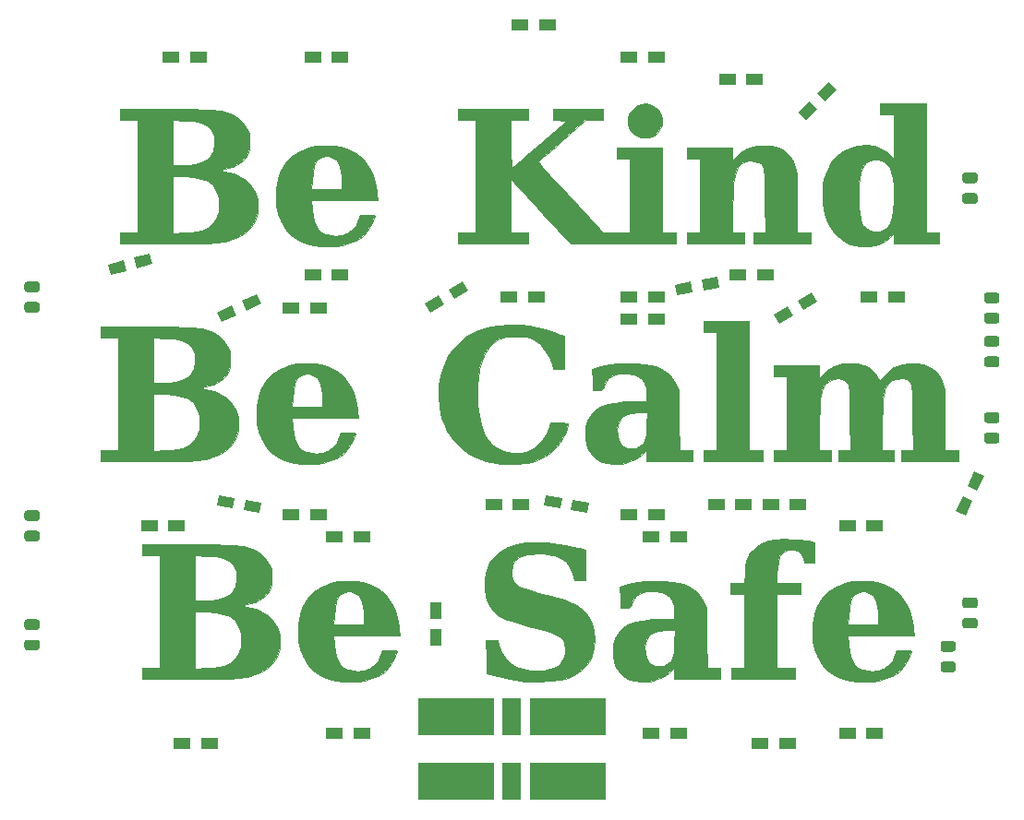
<source format=gbr>
%TF.GenerationSoftware,KiCad,Pcbnew,5.1.7-a382d34a8~88~ubuntu20.04.1*%
%TF.CreationDate,2021-01-12T19:29:10-08:00*%
%TF.ProjectId,kindcalmsafe,6b696e64-6361-46c6-9d73-6166652e6b69,rev?*%
%TF.SameCoordinates,Original*%
%TF.FileFunction,Soldermask,Bot*%
%TF.FilePolarity,Negative*%
%FSLAX46Y46*%
G04 Gerber Fmt 4.6, Leading zero omitted, Abs format (unit mm)*
G04 Created by KiCad (PCBNEW 5.1.7-a382d34a8~88~ubuntu20.04.1) date 2021-01-12 19:29:10*
%MOMM*%
%LPD*%
G01*
G04 APERTURE LIST*
%ADD10C,0.010000*%
%ADD11R,1.500000X1.000000*%
%ADD12C,0.100000*%
%ADD13R,1.000000X1.500000*%
%ADD14R,6.908800X3.454400*%
%ADD15R,1.727200X3.454400*%
G04 APERTURE END LIST*
D10*
%TO.C,H3*%
G36*
X85714072Y-111077130D02*
G01*
X86211795Y-111130993D01*
X86576717Y-111208253D01*
X87277909Y-111469409D01*
X87856445Y-111800505D01*
X88352350Y-112224483D01*
X88355920Y-112228135D01*
X88819883Y-112816886D01*
X89192658Y-113529651D01*
X89464506Y-114341988D01*
X89625690Y-115229452D01*
X89648525Y-115472833D01*
X89695108Y-116086667D01*
X83634352Y-116086667D01*
X83688450Y-116790466D01*
X83787863Y-117554215D01*
X83961384Y-118170562D01*
X84215660Y-118647420D01*
X84557336Y-118992703D01*
X84993061Y-119214324D01*
X85529479Y-119320194D01*
X85823347Y-119332222D01*
X86216330Y-119316415D01*
X86525529Y-119257130D01*
X86834534Y-119136571D01*
X86908423Y-119101217D01*
X87255739Y-118896950D01*
X87522932Y-118646987D01*
X87745006Y-118309878D01*
X87945002Y-117873772D01*
X88137964Y-117399000D01*
X88798482Y-117399000D01*
X89127818Y-117402823D01*
X89332461Y-117432040D01*
X89423713Y-117513271D01*
X89412876Y-117673135D01*
X89311253Y-117938254D01*
X89164412Y-118260873D01*
X88788507Y-118895794D01*
X88300236Y-119409218D01*
X87694731Y-119804688D01*
X86967124Y-120085748D01*
X86509385Y-120193563D01*
X85887027Y-120276224D01*
X85200597Y-120308037D01*
X84518657Y-120289097D01*
X83909765Y-120219502D01*
X83755696Y-120189654D01*
X82927430Y-119948004D01*
X82228850Y-119607079D01*
X81646880Y-119158670D01*
X81168444Y-118594571D01*
X81134127Y-118544015D01*
X80803351Y-117954181D01*
X80574037Y-117313147D01*
X80435001Y-116582935D01*
X80385588Y-116002000D01*
X80402736Y-115070667D01*
X83633754Y-115070667D01*
X86453333Y-115070667D01*
X86453333Y-114695793D01*
X86436077Y-114318583D01*
X86389991Y-113882054D01*
X86323602Y-113441857D01*
X86245436Y-113053643D01*
X86164020Y-112773064D01*
X86155499Y-112751800D01*
X85918359Y-112370075D01*
X85585132Y-112127702D01*
X85157844Y-112026023D01*
X85052783Y-112022667D01*
X84652998Y-112074533D01*
X84330690Y-112237061D01*
X84079465Y-112520646D01*
X83892930Y-112935680D01*
X83764689Y-113492559D01*
X83688349Y-114201674D01*
X83685537Y-114245167D01*
X83633754Y-115070667D01*
X80402736Y-115070667D01*
X80403471Y-115030780D01*
X80558067Y-114148599D01*
X80845205Y-113361619D01*
X81260714Y-112676005D01*
X81800421Y-112097919D01*
X82460155Y-111633526D01*
X83235744Y-111288987D01*
X83659333Y-111165158D01*
X84073490Y-111096018D01*
X84590367Y-111058836D01*
X85155412Y-111052809D01*
X85714072Y-111077130D01*
G37*
X85714072Y-111077130D02*
X86211795Y-111130993D01*
X86576717Y-111208253D01*
X87277909Y-111469409D01*
X87856445Y-111800505D01*
X88352350Y-112224483D01*
X88355920Y-112228135D01*
X88819883Y-112816886D01*
X89192658Y-113529651D01*
X89464506Y-114341988D01*
X89625690Y-115229452D01*
X89648525Y-115472833D01*
X89695108Y-116086667D01*
X83634352Y-116086667D01*
X83688450Y-116790466D01*
X83787863Y-117554215D01*
X83961384Y-118170562D01*
X84215660Y-118647420D01*
X84557336Y-118992703D01*
X84993061Y-119214324D01*
X85529479Y-119320194D01*
X85823347Y-119332222D01*
X86216330Y-119316415D01*
X86525529Y-119257130D01*
X86834534Y-119136571D01*
X86908423Y-119101217D01*
X87255739Y-118896950D01*
X87522932Y-118646987D01*
X87745006Y-118309878D01*
X87945002Y-117873772D01*
X88137964Y-117399000D01*
X88798482Y-117399000D01*
X89127818Y-117402823D01*
X89332461Y-117432040D01*
X89423713Y-117513271D01*
X89412876Y-117673135D01*
X89311253Y-117938254D01*
X89164412Y-118260873D01*
X88788507Y-118895794D01*
X88300236Y-119409218D01*
X87694731Y-119804688D01*
X86967124Y-120085748D01*
X86509385Y-120193563D01*
X85887027Y-120276224D01*
X85200597Y-120308037D01*
X84518657Y-120289097D01*
X83909765Y-120219502D01*
X83755696Y-120189654D01*
X82927430Y-119948004D01*
X82228850Y-119607079D01*
X81646880Y-119158670D01*
X81168444Y-118594571D01*
X81134127Y-118544015D01*
X80803351Y-117954181D01*
X80574037Y-117313147D01*
X80435001Y-116582935D01*
X80385588Y-116002000D01*
X80402736Y-115070667D01*
X83633754Y-115070667D01*
X86453333Y-115070667D01*
X86453333Y-114695793D01*
X86436077Y-114318583D01*
X86389991Y-113882054D01*
X86323602Y-113441857D01*
X86245436Y-113053643D01*
X86164020Y-112773064D01*
X86155499Y-112751800D01*
X85918359Y-112370075D01*
X85585132Y-112127702D01*
X85157844Y-112026023D01*
X85052783Y-112022667D01*
X84652998Y-112074533D01*
X84330690Y-112237061D01*
X84079465Y-112520646D01*
X83892930Y-112935680D01*
X83764689Y-113492559D01*
X83688349Y-114201674D01*
X83685537Y-114245167D01*
X83633754Y-115070667D01*
X80402736Y-115070667D01*
X80403471Y-115030780D01*
X80558067Y-114148599D01*
X80845205Y-113361619D01*
X81260714Y-112676005D01*
X81800421Y-112097919D01*
X82460155Y-111633526D01*
X83235744Y-111288987D01*
X83659333Y-111165158D01*
X84073490Y-111096018D01*
X84590367Y-111058836D01*
X85155412Y-111052809D01*
X85714072Y-111077130D01*
G36*
X103167624Y-107531492D02*
G01*
X103697532Y-107591738D01*
X104313305Y-107680771D01*
X104961457Y-107789214D01*
X105588500Y-107907687D01*
X106140948Y-108026814D01*
X106477000Y-108111736D01*
X106731000Y-108182353D01*
X106754232Y-109598603D01*
X106777465Y-111014854D01*
X106262436Y-110989594D01*
X105747408Y-110964333D01*
X105561871Y-110414000D01*
X105288856Y-109800018D01*
X104922262Y-109321587D01*
X104446199Y-108963798D01*
X103844781Y-108711743D01*
X103705351Y-108671987D01*
X103316501Y-108602380D01*
X102827823Y-108563683D01*
X102296796Y-108555708D01*
X101780902Y-108578266D01*
X101337620Y-108631167D01*
X101119756Y-108680508D01*
X100624539Y-108903038D01*
X100258117Y-109230584D01*
X100028808Y-109649173D01*
X99944928Y-110144831D01*
X99987283Y-110583333D01*
X100056977Y-110849144D01*
X100160764Y-111077114D01*
X100314916Y-111276048D01*
X100535705Y-111454747D01*
X100839403Y-111622018D01*
X101242283Y-111786662D01*
X101760617Y-111957484D01*
X102410677Y-112143288D01*
X103208735Y-112352877D01*
X103302000Y-112376679D01*
X104118946Y-112595009D01*
X104790855Y-112799750D01*
X105340379Y-113000855D01*
X105790170Y-113208279D01*
X106162879Y-113431977D01*
X106481158Y-113681902D01*
X106658451Y-113851685D01*
X107050556Y-114368137D01*
X107338458Y-114988826D01*
X107517728Y-115681177D01*
X107583937Y-116412610D01*
X107532656Y-117150547D01*
X107359458Y-117862411D01*
X107243868Y-118158113D01*
X106912367Y-118705707D01*
X106437336Y-119194051D01*
X105838529Y-119608748D01*
X105135702Y-119935399D01*
X104564532Y-120110918D01*
X104230626Y-120169531D01*
X103770086Y-120217834D01*
X103225379Y-120254426D01*
X102638967Y-120277910D01*
X102053318Y-120286887D01*
X101510896Y-120279957D01*
X101054167Y-120255722D01*
X100846667Y-120233382D01*
X99778591Y-120050279D01*
X98732374Y-119806273D01*
X98349000Y-119698306D01*
X97671667Y-119496817D01*
X97648546Y-118003408D01*
X97625426Y-116510000D01*
X98709897Y-116510000D01*
X98808700Y-116902379D01*
X99054530Y-117570518D01*
X99425000Y-118145802D01*
X99904442Y-118608669D01*
X100420498Y-118914913D01*
X101014470Y-119122486D01*
X101655290Y-119244522D01*
X102310278Y-119283464D01*
X102946750Y-119241759D01*
X103532024Y-119121850D01*
X104033417Y-118926182D01*
X104418245Y-118657201D01*
X104462126Y-118612584D01*
X104720716Y-118221560D01*
X104872064Y-117748496D01*
X104906225Y-117249945D01*
X104813250Y-116782456D01*
X104793056Y-116731080D01*
X104681825Y-116513223D01*
X104532184Y-116322294D01*
X104326912Y-116150288D01*
X104048787Y-115989197D01*
X103680588Y-115831016D01*
X103205092Y-115667737D01*
X102605078Y-115491356D01*
X101863324Y-115293864D01*
X101505642Y-115202764D01*
X100969571Y-115059898D01*
X100439625Y-114905069D01*
X99958567Y-114751731D01*
X99569160Y-114613339D01*
X99370555Y-114530973D01*
X98720768Y-114161395D01*
X98215815Y-113714344D01*
X97847412Y-113177476D01*
X97607277Y-112538450D01*
X97487129Y-111784924D01*
X97482315Y-111717226D01*
X97496602Y-110861853D01*
X97652931Y-110094015D01*
X97946178Y-109417484D01*
X98371220Y-108836032D01*
X98922934Y-108353431D01*
X99596196Y-107973453D01*
X100385883Y-107699869D01*
X101286872Y-107536453D01*
X102294040Y-107486975D01*
X103167624Y-107531492D01*
G37*
X103167624Y-107531492D02*
X103697532Y-107591738D01*
X104313305Y-107680771D01*
X104961457Y-107789214D01*
X105588500Y-107907687D01*
X106140948Y-108026814D01*
X106477000Y-108111736D01*
X106731000Y-108182353D01*
X106754232Y-109598603D01*
X106777465Y-111014854D01*
X106262436Y-110989594D01*
X105747408Y-110964333D01*
X105561871Y-110414000D01*
X105288856Y-109800018D01*
X104922262Y-109321587D01*
X104446199Y-108963798D01*
X103844781Y-108711743D01*
X103705351Y-108671987D01*
X103316501Y-108602380D01*
X102827823Y-108563683D01*
X102296796Y-108555708D01*
X101780902Y-108578266D01*
X101337620Y-108631167D01*
X101119756Y-108680508D01*
X100624539Y-108903038D01*
X100258117Y-109230584D01*
X100028808Y-109649173D01*
X99944928Y-110144831D01*
X99987283Y-110583333D01*
X100056977Y-110849144D01*
X100160764Y-111077114D01*
X100314916Y-111276048D01*
X100535705Y-111454747D01*
X100839403Y-111622018D01*
X101242283Y-111786662D01*
X101760617Y-111957484D01*
X102410677Y-112143288D01*
X103208735Y-112352877D01*
X103302000Y-112376679D01*
X104118946Y-112595009D01*
X104790855Y-112799750D01*
X105340379Y-113000855D01*
X105790170Y-113208279D01*
X106162879Y-113431977D01*
X106481158Y-113681902D01*
X106658451Y-113851685D01*
X107050556Y-114368137D01*
X107338458Y-114988826D01*
X107517728Y-115681177D01*
X107583937Y-116412610D01*
X107532656Y-117150547D01*
X107359458Y-117862411D01*
X107243868Y-118158113D01*
X106912367Y-118705707D01*
X106437336Y-119194051D01*
X105838529Y-119608748D01*
X105135702Y-119935399D01*
X104564532Y-120110918D01*
X104230626Y-120169531D01*
X103770086Y-120217834D01*
X103225379Y-120254426D01*
X102638967Y-120277910D01*
X102053318Y-120286887D01*
X101510896Y-120279957D01*
X101054167Y-120255722D01*
X100846667Y-120233382D01*
X99778591Y-120050279D01*
X98732374Y-119806273D01*
X98349000Y-119698306D01*
X97671667Y-119496817D01*
X97648546Y-118003408D01*
X97625426Y-116510000D01*
X98709897Y-116510000D01*
X98808700Y-116902379D01*
X99054530Y-117570518D01*
X99425000Y-118145802D01*
X99904442Y-118608669D01*
X100420498Y-118914913D01*
X101014470Y-119122486D01*
X101655290Y-119244522D01*
X102310278Y-119283464D01*
X102946750Y-119241759D01*
X103532024Y-119121850D01*
X104033417Y-118926182D01*
X104418245Y-118657201D01*
X104462126Y-118612584D01*
X104720716Y-118221560D01*
X104872064Y-117748496D01*
X104906225Y-117249945D01*
X104813250Y-116782456D01*
X104793056Y-116731080D01*
X104681825Y-116513223D01*
X104532184Y-116322294D01*
X104326912Y-116150288D01*
X104048787Y-115989197D01*
X103680588Y-115831016D01*
X103205092Y-115667737D01*
X102605078Y-115491356D01*
X101863324Y-115293864D01*
X101505642Y-115202764D01*
X100969571Y-115059898D01*
X100439625Y-114905069D01*
X99958567Y-114751731D01*
X99569160Y-114613339D01*
X99370555Y-114530973D01*
X98720768Y-114161395D01*
X98215815Y-113714344D01*
X97847412Y-113177476D01*
X97607277Y-112538450D01*
X97487129Y-111784924D01*
X97482315Y-111717226D01*
X97496602Y-110861853D01*
X97652931Y-110094015D01*
X97946178Y-109417484D01*
X98371220Y-108836032D01*
X98922934Y-108353431D01*
X99596196Y-107973453D01*
X100385883Y-107699869D01*
X101286872Y-107536453D01*
X102294040Y-107486975D01*
X103167624Y-107531492D01*
G36*
X114054649Y-111073951D02*
G01*
X114687263Y-111121873D01*
X115228085Y-111210026D01*
X115714692Y-111344351D01*
X116139263Y-111510483D01*
X116602244Y-111790052D01*
X117040077Y-112190138D01*
X117406174Y-112663289D01*
X117578534Y-112976495D01*
X117822333Y-113504333D01*
X117848745Y-116277167D01*
X117875156Y-119050000D01*
X119134667Y-119050000D01*
X119134667Y-120066000D01*
X114901333Y-120066000D01*
X114901333Y-119014743D01*
X114541500Y-119365456D01*
X114000635Y-119780094D01*
X113360298Y-120083901D01*
X112656417Y-120267729D01*
X111924921Y-120322434D01*
X111201740Y-120238869D01*
X111153518Y-120227878D01*
X110547431Y-120002980D01*
X110037779Y-119641016D01*
X109635830Y-119151276D01*
X109468153Y-118838333D01*
X109337208Y-118414518D01*
X109268400Y-117895617D01*
X109261784Y-117341805D01*
X109276610Y-117200943D01*
X112181033Y-117200943D01*
X112205733Y-117667695D01*
X112307491Y-118102433D01*
X112480268Y-118463687D01*
X112718023Y-118709985D01*
X112733974Y-118720050D01*
X113080106Y-118849407D01*
X113492654Y-118885618D01*
X113900711Y-118830104D01*
X114224861Y-118690167D01*
X114455904Y-118521367D01*
X114623478Y-118356770D01*
X114738534Y-118165097D01*
X114812023Y-117915066D01*
X114854896Y-117575396D01*
X114878104Y-117114807D01*
X114886413Y-116800463D01*
X114913826Y-115578667D01*
X114116563Y-115578667D01*
X113541895Y-115607431D01*
X113100933Y-115701598D01*
X112766756Y-115872974D01*
X112512439Y-116133370D01*
X112386965Y-116337282D01*
X112239431Y-116743648D01*
X112181033Y-117200943D01*
X109276610Y-117200943D01*
X109317417Y-116813256D01*
X109435351Y-116370144D01*
X109465837Y-116298333D01*
X109762141Y-115799388D01*
X110155505Y-115391208D01*
X110656116Y-115069590D01*
X111274160Y-114830327D01*
X112019824Y-114669215D01*
X112903294Y-114582047D01*
X113670097Y-114562667D01*
X114901333Y-114562667D01*
X114901333Y-113942849D01*
X114887388Y-113559169D01*
X114834183Y-113264433D01*
X114724669Y-112979712D01*
X114668500Y-112865103D01*
X114425702Y-112493604D01*
X114119248Y-112234984D01*
X113722516Y-112075910D01*
X113208881Y-112003049D01*
X112930685Y-111994828D01*
X112308861Y-112037578D01*
X111815428Y-112177977D01*
X111433877Y-112426051D01*
X111147700Y-112791824D01*
X110973809Y-113183189D01*
X110901987Y-113368170D01*
X110817476Y-113463589D01*
X110667809Y-113499094D01*
X110405480Y-113504333D01*
X109948333Y-113504333D01*
X109924384Y-112550796D01*
X109900435Y-111597258D01*
X110136051Y-111504991D01*
X110739242Y-111320622D01*
X111476957Y-111182311D01*
X112319651Y-111094222D01*
X113237781Y-111060515D01*
X113292667Y-111060317D01*
X114054649Y-111073951D01*
G37*
X114054649Y-111073951D02*
X114687263Y-111121873D01*
X115228085Y-111210026D01*
X115714692Y-111344351D01*
X116139263Y-111510483D01*
X116602244Y-111790052D01*
X117040077Y-112190138D01*
X117406174Y-112663289D01*
X117578534Y-112976495D01*
X117822333Y-113504333D01*
X117848745Y-116277167D01*
X117875156Y-119050000D01*
X119134667Y-119050000D01*
X119134667Y-120066000D01*
X114901333Y-120066000D01*
X114901333Y-119014743D01*
X114541500Y-119365456D01*
X114000635Y-119780094D01*
X113360298Y-120083901D01*
X112656417Y-120267729D01*
X111924921Y-120322434D01*
X111201740Y-120238869D01*
X111153518Y-120227878D01*
X110547431Y-120002980D01*
X110037779Y-119641016D01*
X109635830Y-119151276D01*
X109468153Y-118838333D01*
X109337208Y-118414518D01*
X109268400Y-117895617D01*
X109261784Y-117341805D01*
X109276610Y-117200943D01*
X112181033Y-117200943D01*
X112205733Y-117667695D01*
X112307491Y-118102433D01*
X112480268Y-118463687D01*
X112718023Y-118709985D01*
X112733974Y-118720050D01*
X113080106Y-118849407D01*
X113492654Y-118885618D01*
X113900711Y-118830104D01*
X114224861Y-118690167D01*
X114455904Y-118521367D01*
X114623478Y-118356770D01*
X114738534Y-118165097D01*
X114812023Y-117915066D01*
X114854896Y-117575396D01*
X114878104Y-117114807D01*
X114886413Y-116800463D01*
X114913826Y-115578667D01*
X114116563Y-115578667D01*
X113541895Y-115607431D01*
X113100933Y-115701598D01*
X112766756Y-115872974D01*
X112512439Y-116133370D01*
X112386965Y-116337282D01*
X112239431Y-116743648D01*
X112181033Y-117200943D01*
X109276610Y-117200943D01*
X109317417Y-116813256D01*
X109435351Y-116370144D01*
X109465837Y-116298333D01*
X109762141Y-115799388D01*
X110155505Y-115391208D01*
X110656116Y-115069590D01*
X111274160Y-114830327D01*
X112019824Y-114669215D01*
X112903294Y-114582047D01*
X113670097Y-114562667D01*
X114901333Y-114562667D01*
X114901333Y-113942849D01*
X114887388Y-113559169D01*
X114834183Y-113264433D01*
X114724669Y-112979712D01*
X114668500Y-112865103D01*
X114425702Y-112493604D01*
X114119248Y-112234984D01*
X113722516Y-112075910D01*
X113208881Y-112003049D01*
X112930685Y-111994828D01*
X112308861Y-112037578D01*
X111815428Y-112177977D01*
X111433877Y-112426051D01*
X111147700Y-112791824D01*
X110973809Y-113183189D01*
X110901987Y-113368170D01*
X110817476Y-113463589D01*
X110667809Y-113499094D01*
X110405480Y-113504333D01*
X109948333Y-113504333D01*
X109924384Y-112550796D01*
X109900435Y-111597258D01*
X110136051Y-111504991D01*
X110739242Y-111320622D01*
X111476957Y-111182311D01*
X112319651Y-111094222D01*
X113237781Y-111060515D01*
X113292667Y-111060317D01*
X114054649Y-111073951D01*
G36*
X132873406Y-111077130D02*
G01*
X133371129Y-111130993D01*
X133736050Y-111208253D01*
X134437243Y-111469409D01*
X135015779Y-111800505D01*
X135511683Y-112224483D01*
X135515253Y-112228135D01*
X135979216Y-112816886D01*
X136351991Y-113529651D01*
X136623839Y-114341988D01*
X136785024Y-115229452D01*
X136807858Y-115472833D01*
X136854441Y-116086667D01*
X130793685Y-116086667D01*
X130847784Y-116790466D01*
X130947196Y-117554215D01*
X131120717Y-118170562D01*
X131374993Y-118647420D01*
X131716670Y-118992703D01*
X132152394Y-119214324D01*
X132688812Y-119320194D01*
X132982680Y-119332222D01*
X133375663Y-119316415D01*
X133684862Y-119257130D01*
X133993867Y-119136571D01*
X134067756Y-119101217D01*
X134415072Y-118896950D01*
X134682265Y-118646987D01*
X134904339Y-118309878D01*
X135104336Y-117873772D01*
X135297298Y-117399000D01*
X135957815Y-117399000D01*
X136287151Y-117402823D01*
X136491794Y-117432040D01*
X136583046Y-117513271D01*
X136572210Y-117673135D01*
X136470587Y-117938254D01*
X136323745Y-118260873D01*
X135947840Y-118895794D01*
X135459570Y-119409218D01*
X134854065Y-119804688D01*
X134126457Y-120085748D01*
X133668719Y-120193563D01*
X133046360Y-120276224D01*
X132359931Y-120308037D01*
X131677990Y-120289097D01*
X131069098Y-120219502D01*
X130915029Y-120189654D01*
X130086764Y-119948004D01*
X129388184Y-119607079D01*
X128806213Y-119158670D01*
X128327777Y-118594571D01*
X128293460Y-118544015D01*
X127962684Y-117954181D01*
X127733370Y-117313147D01*
X127594335Y-116582935D01*
X127544921Y-116002000D01*
X127562069Y-115070667D01*
X130793087Y-115070667D01*
X133612667Y-115070667D01*
X133612667Y-114695793D01*
X133595410Y-114318583D01*
X133549324Y-113882054D01*
X133482935Y-113441857D01*
X133404769Y-113053643D01*
X133323353Y-112773064D01*
X133314832Y-112751800D01*
X133077692Y-112370075D01*
X132744465Y-112127702D01*
X132317178Y-112026023D01*
X132212117Y-112022667D01*
X131812331Y-112074533D01*
X131490023Y-112237061D01*
X131238799Y-112520646D01*
X131052263Y-112935680D01*
X130924022Y-113492559D01*
X130847682Y-114201674D01*
X130844870Y-114245167D01*
X130793087Y-115070667D01*
X127562069Y-115070667D01*
X127562804Y-115030780D01*
X127717401Y-114148599D01*
X128004539Y-113361619D01*
X128420047Y-112676005D01*
X128959754Y-112097919D01*
X129619488Y-111633526D01*
X130395077Y-111288987D01*
X130818667Y-111165158D01*
X131232823Y-111096018D01*
X131749700Y-111058836D01*
X132314745Y-111052809D01*
X132873406Y-111077130D01*
G37*
X132873406Y-111077130D02*
X133371129Y-111130993D01*
X133736050Y-111208253D01*
X134437243Y-111469409D01*
X135015779Y-111800505D01*
X135511683Y-112224483D01*
X135515253Y-112228135D01*
X135979216Y-112816886D01*
X136351991Y-113529651D01*
X136623839Y-114341988D01*
X136785024Y-115229452D01*
X136807858Y-115472833D01*
X136854441Y-116086667D01*
X130793685Y-116086667D01*
X130847784Y-116790466D01*
X130947196Y-117554215D01*
X131120717Y-118170562D01*
X131374993Y-118647420D01*
X131716670Y-118992703D01*
X132152394Y-119214324D01*
X132688812Y-119320194D01*
X132982680Y-119332222D01*
X133375663Y-119316415D01*
X133684862Y-119257130D01*
X133993867Y-119136571D01*
X134067756Y-119101217D01*
X134415072Y-118896950D01*
X134682265Y-118646987D01*
X134904339Y-118309878D01*
X135104336Y-117873772D01*
X135297298Y-117399000D01*
X135957815Y-117399000D01*
X136287151Y-117402823D01*
X136491794Y-117432040D01*
X136583046Y-117513271D01*
X136572210Y-117673135D01*
X136470587Y-117938254D01*
X136323745Y-118260873D01*
X135947840Y-118895794D01*
X135459570Y-119409218D01*
X134854065Y-119804688D01*
X134126457Y-120085748D01*
X133668719Y-120193563D01*
X133046360Y-120276224D01*
X132359931Y-120308037D01*
X131677990Y-120289097D01*
X131069098Y-120219502D01*
X130915029Y-120189654D01*
X130086764Y-119948004D01*
X129388184Y-119607079D01*
X128806213Y-119158670D01*
X128327777Y-118594571D01*
X128293460Y-118544015D01*
X127962684Y-117954181D01*
X127733370Y-117313147D01*
X127594335Y-116582935D01*
X127544921Y-116002000D01*
X127562069Y-115070667D01*
X130793087Y-115070667D01*
X133612667Y-115070667D01*
X133612667Y-114695793D01*
X133595410Y-114318583D01*
X133549324Y-113882054D01*
X133482935Y-113441857D01*
X133404769Y-113053643D01*
X133323353Y-112773064D01*
X133314832Y-112751800D01*
X133077692Y-112370075D01*
X132744465Y-112127702D01*
X132317178Y-112026023D01*
X132212117Y-112022667D01*
X131812331Y-112074533D01*
X131490023Y-112237061D01*
X131238799Y-112520646D01*
X131052263Y-112935680D01*
X130924022Y-113492559D01*
X130847682Y-114201674D01*
X130844870Y-114245167D01*
X130793087Y-115070667D01*
X127562069Y-115070667D01*
X127562804Y-115030780D01*
X127717401Y-114148599D01*
X128004539Y-113361619D01*
X128420047Y-112676005D01*
X128959754Y-112097919D01*
X129619488Y-111633526D01*
X130395077Y-111288987D01*
X130818667Y-111165158D01*
X131232823Y-111096018D01*
X131749700Y-111058836D01*
X132314745Y-111052809D01*
X132873406Y-111077130D01*
G36*
X71297849Y-107705926D02*
G01*
X72213701Y-107710608D01*
X72992033Y-107720069D01*
X73648745Y-107735666D01*
X74199738Y-107758755D01*
X74660912Y-107790693D01*
X75048166Y-107832835D01*
X75377402Y-107886538D01*
X75664520Y-107953159D01*
X75925419Y-108034054D01*
X76176001Y-108130579D01*
X76405012Y-108231554D01*
X76945245Y-108551149D01*
X77396566Y-108960368D01*
X77727816Y-109427375D01*
X77851875Y-109709906D01*
X77925090Y-110021988D01*
X77973258Y-110421274D01*
X77986667Y-110751125D01*
X77929723Y-111365578D01*
X77753240Y-111886177D01*
X77448741Y-112321895D01*
X77007751Y-112681703D01*
X76421792Y-112974575D01*
X75682387Y-113209481D01*
X75658333Y-113215579D01*
X75385606Y-113291526D01*
X75257086Y-113344376D01*
X75282726Y-113369716D01*
X75307445Y-113371100D01*
X75632500Y-113411849D01*
X76049962Y-113509409D01*
X76499843Y-113646775D01*
X76922155Y-113806939D01*
X77055333Y-113866643D01*
X77574547Y-114185792D01*
X78036432Y-114609941D01*
X78399779Y-115096037D01*
X78575011Y-115454291D01*
X78709156Y-115995589D01*
X78746874Y-116607318D01*
X78690986Y-117225806D01*
X78544311Y-117787383D01*
X78463324Y-117976782D01*
X78092281Y-118544953D01*
X77580774Y-119029542D01*
X76939898Y-119422484D01*
X76180754Y-119715710D01*
X76003405Y-119764888D01*
X75719273Y-119832641D01*
X75421022Y-119889756D01*
X75092069Y-119937084D01*
X74715831Y-119975475D01*
X74275726Y-120005781D01*
X73755171Y-120028854D01*
X73137585Y-120045543D01*
X72406384Y-120056700D01*
X71544987Y-120063175D01*
X70536810Y-120065821D01*
X70136054Y-120066000D01*
X66133333Y-120066000D01*
X66133333Y-119050000D01*
X67742000Y-119050000D01*
X67742000Y-113885333D01*
X70959333Y-113885333D01*
X70959333Y-119072089D01*
X72081167Y-119027521D01*
X72656478Y-118993041D01*
X73153257Y-118940375D01*
X73534189Y-118873921D01*
X73652824Y-118842282D01*
X74176866Y-118595647D01*
X74601058Y-118225862D01*
X74917118Y-117752216D01*
X75116764Y-117194000D01*
X75191716Y-116570503D01*
X75133690Y-115901015D01*
X75056958Y-115571780D01*
X74846767Y-115052399D01*
X74531225Y-114634503D01*
X74101705Y-114313564D01*
X73549576Y-114085052D01*
X72866210Y-113944437D01*
X72042977Y-113887190D01*
X71844166Y-113885333D01*
X70959333Y-113885333D01*
X67742000Y-113885333D01*
X67742000Y-112869333D01*
X70959333Y-112869333D01*
X71705783Y-112869333D01*
X72123428Y-112858052D01*
X72548767Y-112828207D01*
X72900791Y-112785799D01*
X72951212Y-112777092D01*
X73585374Y-112605795D01*
X74076280Y-112348450D01*
X74430888Y-111997171D01*
X74656156Y-111544074D01*
X74759042Y-110981273D01*
X74767474Y-110718866D01*
X74698523Y-110134282D01*
X74496177Y-109653992D01*
X74160322Y-109277836D01*
X73690842Y-109005654D01*
X73474152Y-108928462D01*
X73210636Y-108870315D01*
X72831343Y-108815456D01*
X72389795Y-108770540D01*
X71996500Y-108744723D01*
X70959333Y-108696031D01*
X70959333Y-112869333D01*
X67742000Y-112869333D01*
X67742000Y-108720667D01*
X66133333Y-108720667D01*
X66133333Y-107704667D01*
X70228576Y-107704667D01*
X71297849Y-107705926D01*
G37*
X71297849Y-107705926D02*
X72213701Y-107710608D01*
X72992033Y-107720069D01*
X73648745Y-107735666D01*
X74199738Y-107758755D01*
X74660912Y-107790693D01*
X75048166Y-107832835D01*
X75377402Y-107886538D01*
X75664520Y-107953159D01*
X75925419Y-108034054D01*
X76176001Y-108130579D01*
X76405012Y-108231554D01*
X76945245Y-108551149D01*
X77396566Y-108960368D01*
X77727816Y-109427375D01*
X77851875Y-109709906D01*
X77925090Y-110021988D01*
X77973258Y-110421274D01*
X77986667Y-110751125D01*
X77929723Y-111365578D01*
X77753240Y-111886177D01*
X77448741Y-112321895D01*
X77007751Y-112681703D01*
X76421792Y-112974575D01*
X75682387Y-113209481D01*
X75658333Y-113215579D01*
X75385606Y-113291526D01*
X75257086Y-113344376D01*
X75282726Y-113369716D01*
X75307445Y-113371100D01*
X75632500Y-113411849D01*
X76049962Y-113509409D01*
X76499843Y-113646775D01*
X76922155Y-113806939D01*
X77055333Y-113866643D01*
X77574547Y-114185792D01*
X78036432Y-114609941D01*
X78399779Y-115096037D01*
X78575011Y-115454291D01*
X78709156Y-115995589D01*
X78746874Y-116607318D01*
X78690986Y-117225806D01*
X78544311Y-117787383D01*
X78463324Y-117976782D01*
X78092281Y-118544953D01*
X77580774Y-119029542D01*
X76939898Y-119422484D01*
X76180754Y-119715710D01*
X76003405Y-119764888D01*
X75719273Y-119832641D01*
X75421022Y-119889756D01*
X75092069Y-119937084D01*
X74715831Y-119975475D01*
X74275726Y-120005781D01*
X73755171Y-120028854D01*
X73137585Y-120045543D01*
X72406384Y-120056700D01*
X71544987Y-120063175D01*
X70536810Y-120065821D01*
X70136054Y-120066000D01*
X66133333Y-120066000D01*
X66133333Y-119050000D01*
X67742000Y-119050000D01*
X67742000Y-113885333D01*
X70959333Y-113885333D01*
X70959333Y-119072089D01*
X72081167Y-119027521D01*
X72656478Y-118993041D01*
X73153257Y-118940375D01*
X73534189Y-118873921D01*
X73652824Y-118842282D01*
X74176866Y-118595647D01*
X74601058Y-118225862D01*
X74917118Y-117752216D01*
X75116764Y-117194000D01*
X75191716Y-116570503D01*
X75133690Y-115901015D01*
X75056958Y-115571780D01*
X74846767Y-115052399D01*
X74531225Y-114634503D01*
X74101705Y-114313564D01*
X73549576Y-114085052D01*
X72866210Y-113944437D01*
X72042977Y-113887190D01*
X71844166Y-113885333D01*
X70959333Y-113885333D01*
X67742000Y-113885333D01*
X67742000Y-112869333D01*
X70959333Y-112869333D01*
X71705783Y-112869333D01*
X72123428Y-112858052D01*
X72548767Y-112828207D01*
X72900791Y-112785799D01*
X72951212Y-112777092D01*
X73585374Y-112605795D01*
X74076280Y-112348450D01*
X74430888Y-111997171D01*
X74656156Y-111544074D01*
X74759042Y-110981273D01*
X74767474Y-110718866D01*
X74698523Y-110134282D01*
X74496177Y-109653992D01*
X74160322Y-109277836D01*
X73690842Y-109005654D01*
X73474152Y-108928462D01*
X73210636Y-108870315D01*
X72831343Y-108815456D01*
X72389795Y-108770540D01*
X71996500Y-108744723D01*
X70959333Y-108696031D01*
X70959333Y-112869333D01*
X67742000Y-112869333D01*
X67742000Y-108720667D01*
X66133333Y-108720667D01*
X66133333Y-107704667D01*
X70228576Y-107704667D01*
X71297849Y-107705926D01*
G36*
X125527000Y-107227589D02*
G01*
X126010822Y-107254194D01*
X126482986Y-107291435D01*
X126893225Y-107334639D01*
X127191271Y-107379134D01*
X127220333Y-107385019D01*
X127728333Y-107493000D01*
X127776293Y-109406618D01*
X127295158Y-109381142D01*
X126814022Y-109355667D01*
X126698678Y-108958859D01*
X126520693Y-108572180D01*
X126241338Y-108316112D01*
X125844273Y-108176555D01*
X125779247Y-108165645D01*
X125359184Y-108179089D01*
X124966858Y-108329329D01*
X124656717Y-108594173D01*
X124625178Y-108636000D01*
X124509804Y-108887689D01*
X124414225Y-109272969D01*
X124344249Y-109756676D01*
X124305686Y-110303644D01*
X124299973Y-110604500D01*
X124299333Y-111260667D01*
X126500667Y-111260667D01*
X126500667Y-112276667D01*
X124299333Y-112276667D01*
X124299333Y-119050000D01*
X125992667Y-119050000D01*
X125992667Y-120066000D01*
X120150667Y-120066000D01*
X120150667Y-119050000D01*
X121336000Y-119050000D01*
X121336000Y-112276667D01*
X120066000Y-112276667D01*
X120066000Y-111260667D01*
X121310632Y-111260667D01*
X121360980Y-110350500D01*
X121414533Y-109726804D01*
X121505653Y-109232823D01*
X121646383Y-108830875D01*
X121848764Y-108483277D01*
X122030415Y-108255689D01*
X122446724Y-107867442D01*
X122936870Y-107574537D01*
X123518343Y-107371832D01*
X124208628Y-107254185D01*
X125025213Y-107216455D01*
X125527000Y-107227589D01*
G37*
X125527000Y-107227589D02*
X126010822Y-107254194D01*
X126482986Y-107291435D01*
X126893225Y-107334639D01*
X127191271Y-107379134D01*
X127220333Y-107385019D01*
X127728333Y-107493000D01*
X127776293Y-109406618D01*
X127295158Y-109381142D01*
X126814022Y-109355667D01*
X126698678Y-108958859D01*
X126520693Y-108572180D01*
X126241338Y-108316112D01*
X125844273Y-108176555D01*
X125779247Y-108165645D01*
X125359184Y-108179089D01*
X124966858Y-108329329D01*
X124656717Y-108594173D01*
X124625178Y-108636000D01*
X124509804Y-108887689D01*
X124414225Y-109272969D01*
X124344249Y-109756676D01*
X124305686Y-110303644D01*
X124299973Y-110604500D01*
X124299333Y-111260667D01*
X126500667Y-111260667D01*
X126500667Y-112276667D01*
X124299333Y-112276667D01*
X124299333Y-119050000D01*
X125992667Y-119050000D01*
X125992667Y-120066000D01*
X120150667Y-120066000D01*
X120150667Y-119050000D01*
X121336000Y-119050000D01*
X121336000Y-112276667D01*
X120066000Y-112276667D01*
X120066000Y-111260667D01*
X121310632Y-111260667D01*
X121360980Y-110350500D01*
X121414533Y-109726804D01*
X121505653Y-109232823D01*
X121646383Y-108830875D01*
X121848764Y-108483277D01*
X122030415Y-108255689D01*
X122446724Y-107867442D01*
X122936870Y-107574537D01*
X123518343Y-107371832D01*
X124208628Y-107254185D01*
X125025213Y-107216455D01*
X125527000Y-107227589D01*
G36*
X81904072Y-91095797D02*
G01*
X82401795Y-91149659D01*
X82766717Y-91226920D01*
X83467909Y-91488076D01*
X84046445Y-91819172D01*
X84542350Y-92243150D01*
X84545920Y-92246802D01*
X85009883Y-92835553D01*
X85382658Y-93548318D01*
X85654506Y-94360654D01*
X85815690Y-95248119D01*
X85838525Y-95491500D01*
X85885108Y-96105333D01*
X79824352Y-96105333D01*
X79878450Y-96809132D01*
X79977863Y-97572881D01*
X80151384Y-98189228D01*
X80405660Y-98666087D01*
X80747336Y-99011370D01*
X81183061Y-99232990D01*
X81719479Y-99338861D01*
X82013347Y-99350889D01*
X82406330Y-99335082D01*
X82715529Y-99275797D01*
X83024534Y-99155238D01*
X83098423Y-99119883D01*
X83445739Y-98915617D01*
X83712932Y-98665653D01*
X83935006Y-98328544D01*
X84135002Y-97892438D01*
X84327964Y-97417667D01*
X84988482Y-97417667D01*
X85317818Y-97421490D01*
X85522461Y-97450707D01*
X85613713Y-97531937D01*
X85602876Y-97691802D01*
X85501253Y-97956920D01*
X85354412Y-98279540D01*
X84978507Y-98914461D01*
X84490236Y-99427884D01*
X83884731Y-99823354D01*
X83157124Y-100104415D01*
X82699385Y-100212230D01*
X82077027Y-100294891D01*
X81390597Y-100326703D01*
X80708657Y-100307764D01*
X80099765Y-100238169D01*
X79945696Y-100208321D01*
X79117430Y-99966671D01*
X78418850Y-99625745D01*
X77836880Y-99177337D01*
X77358444Y-98613238D01*
X77324127Y-98562682D01*
X76993351Y-97972848D01*
X76764037Y-97331814D01*
X76625001Y-96601602D01*
X76575588Y-96020667D01*
X76592736Y-95089333D01*
X79823754Y-95089333D01*
X82643333Y-95089333D01*
X82643333Y-94714460D01*
X82626077Y-94337250D01*
X82579991Y-93900721D01*
X82513602Y-93460524D01*
X82435436Y-93072310D01*
X82354020Y-92791731D01*
X82345499Y-92770467D01*
X82108359Y-92388742D01*
X81775132Y-92146369D01*
X81347844Y-92044689D01*
X81242783Y-92041333D01*
X80842998Y-92093200D01*
X80520690Y-92255728D01*
X80269465Y-92539313D01*
X80082930Y-92954347D01*
X79954689Y-93511225D01*
X79878349Y-94220341D01*
X79875537Y-94263833D01*
X79823754Y-95089333D01*
X76592736Y-95089333D01*
X76593471Y-95049447D01*
X76748067Y-94167266D01*
X77035205Y-93380286D01*
X77450714Y-92694672D01*
X77990421Y-92116586D01*
X78650155Y-91652192D01*
X79425744Y-91307654D01*
X79849333Y-91183825D01*
X80263490Y-91114684D01*
X80780367Y-91077503D01*
X81345412Y-91071476D01*
X81904072Y-91095797D01*
G37*
X81904072Y-91095797D02*
X82401795Y-91149659D01*
X82766717Y-91226920D01*
X83467909Y-91488076D01*
X84046445Y-91819172D01*
X84542350Y-92243150D01*
X84545920Y-92246802D01*
X85009883Y-92835553D01*
X85382658Y-93548318D01*
X85654506Y-94360654D01*
X85815690Y-95248119D01*
X85838525Y-95491500D01*
X85885108Y-96105333D01*
X79824352Y-96105333D01*
X79878450Y-96809132D01*
X79977863Y-97572881D01*
X80151384Y-98189228D01*
X80405660Y-98666087D01*
X80747336Y-99011370D01*
X81183061Y-99232990D01*
X81719479Y-99338861D01*
X82013347Y-99350889D01*
X82406330Y-99335082D01*
X82715529Y-99275797D01*
X83024534Y-99155238D01*
X83098423Y-99119883D01*
X83445739Y-98915617D01*
X83712932Y-98665653D01*
X83935006Y-98328544D01*
X84135002Y-97892438D01*
X84327964Y-97417667D01*
X84988482Y-97417667D01*
X85317818Y-97421490D01*
X85522461Y-97450707D01*
X85613713Y-97531937D01*
X85602876Y-97691802D01*
X85501253Y-97956920D01*
X85354412Y-98279540D01*
X84978507Y-98914461D01*
X84490236Y-99427884D01*
X83884731Y-99823354D01*
X83157124Y-100104415D01*
X82699385Y-100212230D01*
X82077027Y-100294891D01*
X81390597Y-100326703D01*
X80708657Y-100307764D01*
X80099765Y-100238169D01*
X79945696Y-100208321D01*
X79117430Y-99966671D01*
X78418850Y-99625745D01*
X77836880Y-99177337D01*
X77358444Y-98613238D01*
X77324127Y-98562682D01*
X76993351Y-97972848D01*
X76764037Y-97331814D01*
X76625001Y-96601602D01*
X76575588Y-96020667D01*
X76592736Y-95089333D01*
X79823754Y-95089333D01*
X82643333Y-95089333D01*
X82643333Y-94714460D01*
X82626077Y-94337250D01*
X82579991Y-93900721D01*
X82513602Y-93460524D01*
X82435436Y-93072310D01*
X82354020Y-92791731D01*
X82345499Y-92770467D01*
X82108359Y-92388742D01*
X81775132Y-92146369D01*
X81347844Y-92044689D01*
X81242783Y-92041333D01*
X80842998Y-92093200D01*
X80520690Y-92255728D01*
X80269465Y-92539313D01*
X80082930Y-92954347D01*
X79954689Y-93511225D01*
X79878349Y-94220341D01*
X79875537Y-94263833D01*
X79823754Y-95089333D01*
X76592736Y-95089333D01*
X76593471Y-95049447D01*
X76748067Y-94167266D01*
X77035205Y-93380286D01*
X77450714Y-92694672D01*
X77990421Y-92116586D01*
X78650155Y-91652192D01*
X79425744Y-91307654D01*
X79849333Y-91183825D01*
X80263490Y-91114684D01*
X80780367Y-91077503D01*
X81345412Y-91071476D01*
X81904072Y-91095797D01*
G36*
X100855899Y-87551198D02*
G01*
X101562316Y-87648554D01*
X102344697Y-87800925D01*
X103134588Y-87992391D01*
X103863535Y-88207035D01*
X104233333Y-88336596D01*
X104783667Y-88544605D01*
X104806743Y-90081302D01*
X104829820Y-91618000D01*
X103757346Y-91618000D01*
X103647725Y-91190285D01*
X103399864Y-90500029D01*
X103036722Y-89874703D01*
X102580704Y-89343272D01*
X102054213Y-88934699D01*
X101796392Y-88796845D01*
X101594498Y-88714891D01*
X101384131Y-88660958D01*
X101123223Y-88629561D01*
X100769708Y-88615217D01*
X100381000Y-88612333D01*
X99933489Y-88615678D01*
X99611021Y-88630138D01*
X99369363Y-88662348D01*
X99164283Y-88718947D01*
X98951548Y-88806570D01*
X98886806Y-88836527D01*
X98348328Y-89160095D01*
X97899134Y-89588984D01*
X97534384Y-90132902D01*
X97249236Y-90801558D01*
X97038849Y-91604661D01*
X96898381Y-92551920D01*
X96867483Y-92886141D01*
X96823579Y-93922981D01*
X96858158Y-94925079D01*
X96967574Y-95863164D01*
X97148182Y-96707966D01*
X97396334Y-97430215D01*
X97447763Y-97544667D01*
X97765939Y-98065138D01*
X98190385Y-98529034D01*
X98677745Y-98894585D01*
X99028957Y-99067994D01*
X99538900Y-99205725D01*
X100128565Y-99272769D01*
X100731451Y-99267593D01*
X101281052Y-99188663D01*
X101503810Y-99125038D01*
X101988002Y-98877314D01*
X102449768Y-98496776D01*
X102858995Y-98019764D01*
X103185567Y-97482624D01*
X103399370Y-96921696D01*
X103427216Y-96803833D01*
X103484788Y-96528667D01*
X104324727Y-96528667D01*
X104678587Y-96535354D01*
X104958845Y-96553376D01*
X105129523Y-96579675D01*
X105164667Y-96600079D01*
X105131199Y-96763623D01*
X105043682Y-97030290D01*
X104921447Y-97350596D01*
X104783824Y-97675056D01*
X104650144Y-97954185D01*
X104599880Y-98045901D01*
X104117009Y-98739220D01*
X103547400Y-99295371D01*
X102872932Y-99728810D01*
X102087659Y-100050098D01*
X101752236Y-100148663D01*
X101436140Y-100216484D01*
X101089136Y-100260424D01*
X100660988Y-100287344D01*
X100254000Y-100300553D01*
X99776697Y-100305464D01*
X99309689Y-100297968D01*
X98904982Y-100279645D01*
X98614582Y-100252079D01*
X98603000Y-100250332D01*
X97609984Y-100035136D01*
X96728898Y-99709228D01*
X95933437Y-99259706D01*
X95197302Y-98673664D01*
X94995043Y-98480186D01*
X94638873Y-98113599D01*
X94376473Y-97805230D01*
X94171032Y-97505489D01*
X93985740Y-97164784D01*
X93923577Y-97036667D01*
X93556159Y-96090150D01*
X93328225Y-95107983D01*
X93236454Y-94110942D01*
X93277525Y-93119802D01*
X93448116Y-92155338D01*
X93744907Y-91238326D01*
X94164576Y-90389542D01*
X94703802Y-89629760D01*
X95187882Y-89127931D01*
X95919721Y-88575773D01*
X96765764Y-88131942D01*
X97705524Y-87802138D01*
X98718518Y-87592060D01*
X99784260Y-87507405D01*
X100855899Y-87551198D01*
G37*
X100855899Y-87551198D02*
X101562316Y-87648554D01*
X102344697Y-87800925D01*
X103134588Y-87992391D01*
X103863535Y-88207035D01*
X104233333Y-88336596D01*
X104783667Y-88544605D01*
X104806743Y-90081302D01*
X104829820Y-91618000D01*
X103757346Y-91618000D01*
X103647725Y-91190285D01*
X103399864Y-90500029D01*
X103036722Y-89874703D01*
X102580704Y-89343272D01*
X102054213Y-88934699D01*
X101796392Y-88796845D01*
X101594498Y-88714891D01*
X101384131Y-88660958D01*
X101123223Y-88629561D01*
X100769708Y-88615217D01*
X100381000Y-88612333D01*
X99933489Y-88615678D01*
X99611021Y-88630138D01*
X99369363Y-88662348D01*
X99164283Y-88718947D01*
X98951548Y-88806570D01*
X98886806Y-88836527D01*
X98348328Y-89160095D01*
X97899134Y-89588984D01*
X97534384Y-90132902D01*
X97249236Y-90801558D01*
X97038849Y-91604661D01*
X96898381Y-92551920D01*
X96867483Y-92886141D01*
X96823579Y-93922981D01*
X96858158Y-94925079D01*
X96967574Y-95863164D01*
X97148182Y-96707966D01*
X97396334Y-97430215D01*
X97447763Y-97544667D01*
X97765939Y-98065138D01*
X98190385Y-98529034D01*
X98677745Y-98894585D01*
X99028957Y-99067994D01*
X99538900Y-99205725D01*
X100128565Y-99272769D01*
X100731451Y-99267593D01*
X101281052Y-99188663D01*
X101503810Y-99125038D01*
X101988002Y-98877314D01*
X102449768Y-98496776D01*
X102858995Y-98019764D01*
X103185567Y-97482624D01*
X103399370Y-96921696D01*
X103427216Y-96803833D01*
X103484788Y-96528667D01*
X104324727Y-96528667D01*
X104678587Y-96535354D01*
X104958845Y-96553376D01*
X105129523Y-96579675D01*
X105164667Y-96600079D01*
X105131199Y-96763623D01*
X105043682Y-97030290D01*
X104921447Y-97350596D01*
X104783824Y-97675056D01*
X104650144Y-97954185D01*
X104599880Y-98045901D01*
X104117009Y-98739220D01*
X103547400Y-99295371D01*
X102872932Y-99728810D01*
X102087659Y-100050098D01*
X101752236Y-100148663D01*
X101436140Y-100216484D01*
X101089136Y-100260424D01*
X100660988Y-100287344D01*
X100254000Y-100300553D01*
X99776697Y-100305464D01*
X99309689Y-100297968D01*
X98904982Y-100279645D01*
X98614582Y-100252079D01*
X98603000Y-100250332D01*
X97609984Y-100035136D01*
X96728898Y-99709228D01*
X95933437Y-99259706D01*
X95197302Y-98673664D01*
X94995043Y-98480186D01*
X94638873Y-98113599D01*
X94376473Y-97805230D01*
X94171032Y-97505489D01*
X93985740Y-97164784D01*
X93923577Y-97036667D01*
X93556159Y-96090150D01*
X93328225Y-95107983D01*
X93236454Y-94110942D01*
X93277525Y-93119802D01*
X93448116Y-92155338D01*
X93744907Y-91238326D01*
X94164576Y-90389542D01*
X94703802Y-89629760D01*
X95187882Y-89127931D01*
X95919721Y-88575773D01*
X96765764Y-88131942D01*
X97705524Y-87802138D01*
X98718518Y-87592060D01*
X99784260Y-87507405D01*
X100855899Y-87551198D01*
G36*
X111514649Y-91092618D02*
G01*
X112147263Y-91140540D01*
X112688085Y-91228692D01*
X113174692Y-91363018D01*
X113599263Y-91529150D01*
X114062244Y-91808718D01*
X114500077Y-92208805D01*
X114866174Y-92681956D01*
X115038534Y-92995161D01*
X115282333Y-93523000D01*
X115308745Y-96295833D01*
X115335156Y-99068667D01*
X116594667Y-99068667D01*
X116594667Y-100084667D01*
X112361333Y-100084667D01*
X112361333Y-99033410D01*
X112001500Y-99384122D01*
X111460635Y-99798761D01*
X110820298Y-100102568D01*
X110116417Y-100286396D01*
X109384921Y-100341101D01*
X108661740Y-100257535D01*
X108613518Y-100246545D01*
X108007431Y-100021647D01*
X107497779Y-99659682D01*
X107095830Y-99169943D01*
X106928153Y-98857000D01*
X106797208Y-98433185D01*
X106728400Y-97914284D01*
X106721784Y-97360472D01*
X106736610Y-97219610D01*
X109641033Y-97219610D01*
X109665733Y-97686362D01*
X109767491Y-98121100D01*
X109940268Y-98482353D01*
X110178023Y-98728651D01*
X110193974Y-98738716D01*
X110540106Y-98868074D01*
X110952654Y-98904285D01*
X111360711Y-98848771D01*
X111684861Y-98708833D01*
X111915904Y-98540033D01*
X112083478Y-98375437D01*
X112198534Y-98183764D01*
X112272023Y-97933733D01*
X112314896Y-97594063D01*
X112338104Y-97133473D01*
X112346413Y-96819129D01*
X112373826Y-95597333D01*
X111576563Y-95597333D01*
X111001895Y-95626098D01*
X110560933Y-95720264D01*
X110226756Y-95891641D01*
X109972439Y-96152036D01*
X109846965Y-96355948D01*
X109699431Y-96762315D01*
X109641033Y-97219610D01*
X106736610Y-97219610D01*
X106777417Y-96831923D01*
X106895351Y-96388811D01*
X106925837Y-96317000D01*
X107222141Y-95818054D01*
X107615505Y-95409875D01*
X108116116Y-95088257D01*
X108734160Y-94848994D01*
X109479824Y-94687882D01*
X110363294Y-94600714D01*
X111130097Y-94581333D01*
X112361333Y-94581333D01*
X112361333Y-93961515D01*
X112347388Y-93577836D01*
X112294183Y-93283099D01*
X112184669Y-92998379D01*
X112128500Y-92883770D01*
X111885702Y-92512271D01*
X111579248Y-92253651D01*
X111182516Y-92094576D01*
X110668881Y-92021715D01*
X110390685Y-92013495D01*
X109768861Y-92056244D01*
X109275428Y-92196644D01*
X108893877Y-92444717D01*
X108607700Y-92810491D01*
X108433809Y-93201856D01*
X108361987Y-93386836D01*
X108277476Y-93482256D01*
X108127809Y-93517761D01*
X107865480Y-93523000D01*
X107408333Y-93523000D01*
X107384384Y-92569462D01*
X107360435Y-91615925D01*
X107596051Y-91523658D01*
X108199242Y-91339288D01*
X108936957Y-91200978D01*
X109779651Y-91112888D01*
X110697781Y-91079182D01*
X110752667Y-91078983D01*
X111514649Y-91092618D01*
G37*
X111514649Y-91092618D02*
X112147263Y-91140540D01*
X112688085Y-91228692D01*
X113174692Y-91363018D01*
X113599263Y-91529150D01*
X114062244Y-91808718D01*
X114500077Y-92208805D01*
X114866174Y-92681956D01*
X115038534Y-92995161D01*
X115282333Y-93523000D01*
X115308745Y-96295833D01*
X115335156Y-99068667D01*
X116594667Y-99068667D01*
X116594667Y-100084667D01*
X112361333Y-100084667D01*
X112361333Y-99033410D01*
X112001500Y-99384122D01*
X111460635Y-99798761D01*
X110820298Y-100102568D01*
X110116417Y-100286396D01*
X109384921Y-100341101D01*
X108661740Y-100257535D01*
X108613518Y-100246545D01*
X108007431Y-100021647D01*
X107497779Y-99659682D01*
X107095830Y-99169943D01*
X106928153Y-98857000D01*
X106797208Y-98433185D01*
X106728400Y-97914284D01*
X106721784Y-97360472D01*
X106736610Y-97219610D01*
X109641033Y-97219610D01*
X109665733Y-97686362D01*
X109767491Y-98121100D01*
X109940268Y-98482353D01*
X110178023Y-98728651D01*
X110193974Y-98738716D01*
X110540106Y-98868074D01*
X110952654Y-98904285D01*
X111360711Y-98848771D01*
X111684861Y-98708833D01*
X111915904Y-98540033D01*
X112083478Y-98375437D01*
X112198534Y-98183764D01*
X112272023Y-97933733D01*
X112314896Y-97594063D01*
X112338104Y-97133473D01*
X112346413Y-96819129D01*
X112373826Y-95597333D01*
X111576563Y-95597333D01*
X111001895Y-95626098D01*
X110560933Y-95720264D01*
X110226756Y-95891641D01*
X109972439Y-96152036D01*
X109846965Y-96355948D01*
X109699431Y-96762315D01*
X109641033Y-97219610D01*
X106736610Y-97219610D01*
X106777417Y-96831923D01*
X106895351Y-96388811D01*
X106925837Y-96317000D01*
X107222141Y-95818054D01*
X107615505Y-95409875D01*
X108116116Y-95088257D01*
X108734160Y-94848994D01*
X109479824Y-94687882D01*
X110363294Y-94600714D01*
X111130097Y-94581333D01*
X112361333Y-94581333D01*
X112361333Y-93961515D01*
X112347388Y-93577836D01*
X112294183Y-93283099D01*
X112184669Y-92998379D01*
X112128500Y-92883770D01*
X111885702Y-92512271D01*
X111579248Y-92253651D01*
X111182516Y-92094576D01*
X110668881Y-92021715D01*
X110390685Y-92013495D01*
X109768861Y-92056244D01*
X109275428Y-92196644D01*
X108893877Y-92444717D01*
X108607700Y-92810491D01*
X108433809Y-93201856D01*
X108361987Y-93386836D01*
X108277476Y-93482256D01*
X108127809Y-93517761D01*
X107865480Y-93523000D01*
X107408333Y-93523000D01*
X107384384Y-92569462D01*
X107360435Y-91615925D01*
X107596051Y-91523658D01*
X108199242Y-91339288D01*
X108936957Y-91200978D01*
X109779651Y-91112888D01*
X110697781Y-91079182D01*
X110752667Y-91078983D01*
X111514649Y-91092618D01*
G36*
X67487849Y-87724592D02*
G01*
X68403701Y-87729275D01*
X69182033Y-87738736D01*
X69838745Y-87754333D01*
X70389738Y-87777422D01*
X70850912Y-87809359D01*
X71238166Y-87851501D01*
X71567402Y-87905205D01*
X71854520Y-87971826D01*
X72115419Y-88052721D01*
X72366001Y-88149246D01*
X72595012Y-88250221D01*
X73135245Y-88569815D01*
X73586566Y-88979035D01*
X73917816Y-89446042D01*
X74041875Y-89728573D01*
X74115090Y-90040655D01*
X74163258Y-90439941D01*
X74176667Y-90769792D01*
X74119723Y-91384244D01*
X73943240Y-91904844D01*
X73638741Y-92340561D01*
X73197751Y-92700370D01*
X72611792Y-92993241D01*
X71872387Y-93228148D01*
X71848333Y-93234246D01*
X71575606Y-93310192D01*
X71447086Y-93363042D01*
X71472726Y-93388383D01*
X71497445Y-93389767D01*
X71822500Y-93430515D01*
X72239962Y-93528076D01*
X72689843Y-93665442D01*
X73112155Y-93825606D01*
X73245333Y-93885309D01*
X73764547Y-94204459D01*
X74226432Y-94628608D01*
X74589779Y-95114704D01*
X74765011Y-95472957D01*
X74899156Y-96014256D01*
X74936874Y-96625985D01*
X74880986Y-97244473D01*
X74734311Y-97806050D01*
X74653324Y-97995449D01*
X74282281Y-98563619D01*
X73770774Y-99048209D01*
X73129898Y-99441150D01*
X72370754Y-99734376D01*
X72193405Y-99783555D01*
X71909273Y-99851308D01*
X71611022Y-99908423D01*
X71282069Y-99955750D01*
X70905831Y-99994142D01*
X70465726Y-100024448D01*
X69945171Y-100047520D01*
X69327585Y-100064209D01*
X68596384Y-100075366D01*
X67734987Y-100081842D01*
X66726810Y-100084488D01*
X66326054Y-100084667D01*
X62323333Y-100084667D01*
X62323333Y-99068667D01*
X63932000Y-99068667D01*
X63932000Y-93904000D01*
X67149333Y-93904000D01*
X67149333Y-99090756D01*
X68271167Y-99046188D01*
X68846478Y-99011707D01*
X69343257Y-98959041D01*
X69724189Y-98892587D01*
X69842824Y-98860949D01*
X70366866Y-98614314D01*
X70791058Y-98244528D01*
X71107118Y-97770883D01*
X71306764Y-97212667D01*
X71381716Y-96589170D01*
X71323690Y-95919681D01*
X71246958Y-95590447D01*
X71036767Y-95071065D01*
X70721225Y-94653170D01*
X70291705Y-94332231D01*
X69739576Y-94103718D01*
X69056210Y-93963104D01*
X68232977Y-93905856D01*
X68034166Y-93904000D01*
X67149333Y-93904000D01*
X63932000Y-93904000D01*
X63932000Y-92888000D01*
X67149333Y-92888000D01*
X67895783Y-92888000D01*
X68313428Y-92876718D01*
X68738767Y-92846874D01*
X69090791Y-92804465D01*
X69141212Y-92795759D01*
X69775374Y-92624462D01*
X70266280Y-92367116D01*
X70620888Y-92015838D01*
X70846156Y-91562740D01*
X70949042Y-90999940D01*
X70957474Y-90737532D01*
X70888523Y-90152949D01*
X70686177Y-89672659D01*
X70350322Y-89296503D01*
X69880842Y-89024321D01*
X69664152Y-88947129D01*
X69400636Y-88888982D01*
X69021343Y-88834123D01*
X68579795Y-88789207D01*
X68186500Y-88763390D01*
X67149333Y-88714697D01*
X67149333Y-92888000D01*
X63932000Y-92888000D01*
X63932000Y-88739333D01*
X62323333Y-88739333D01*
X62323333Y-87723333D01*
X66418576Y-87723333D01*
X67487849Y-87724592D01*
G37*
X67487849Y-87724592D02*
X68403701Y-87729275D01*
X69182033Y-87738736D01*
X69838745Y-87754333D01*
X70389738Y-87777422D01*
X70850912Y-87809359D01*
X71238166Y-87851501D01*
X71567402Y-87905205D01*
X71854520Y-87971826D01*
X72115419Y-88052721D01*
X72366001Y-88149246D01*
X72595012Y-88250221D01*
X73135245Y-88569815D01*
X73586566Y-88979035D01*
X73917816Y-89446042D01*
X74041875Y-89728573D01*
X74115090Y-90040655D01*
X74163258Y-90439941D01*
X74176667Y-90769792D01*
X74119723Y-91384244D01*
X73943240Y-91904844D01*
X73638741Y-92340561D01*
X73197751Y-92700370D01*
X72611792Y-92993241D01*
X71872387Y-93228148D01*
X71848333Y-93234246D01*
X71575606Y-93310192D01*
X71447086Y-93363042D01*
X71472726Y-93388383D01*
X71497445Y-93389767D01*
X71822500Y-93430515D01*
X72239962Y-93528076D01*
X72689843Y-93665442D01*
X73112155Y-93825606D01*
X73245333Y-93885309D01*
X73764547Y-94204459D01*
X74226432Y-94628608D01*
X74589779Y-95114704D01*
X74765011Y-95472957D01*
X74899156Y-96014256D01*
X74936874Y-96625985D01*
X74880986Y-97244473D01*
X74734311Y-97806050D01*
X74653324Y-97995449D01*
X74282281Y-98563619D01*
X73770774Y-99048209D01*
X73129898Y-99441150D01*
X72370754Y-99734376D01*
X72193405Y-99783555D01*
X71909273Y-99851308D01*
X71611022Y-99908423D01*
X71282069Y-99955750D01*
X70905831Y-99994142D01*
X70465726Y-100024448D01*
X69945171Y-100047520D01*
X69327585Y-100064209D01*
X68596384Y-100075366D01*
X67734987Y-100081842D01*
X66726810Y-100084488D01*
X66326054Y-100084667D01*
X62323333Y-100084667D01*
X62323333Y-99068667D01*
X63932000Y-99068667D01*
X63932000Y-93904000D01*
X67149333Y-93904000D01*
X67149333Y-99090756D01*
X68271167Y-99046188D01*
X68846478Y-99011707D01*
X69343257Y-98959041D01*
X69724189Y-98892587D01*
X69842824Y-98860949D01*
X70366866Y-98614314D01*
X70791058Y-98244528D01*
X71107118Y-97770883D01*
X71306764Y-97212667D01*
X71381716Y-96589170D01*
X71323690Y-95919681D01*
X71246958Y-95590447D01*
X71036767Y-95071065D01*
X70721225Y-94653170D01*
X70291705Y-94332231D01*
X69739576Y-94103718D01*
X69056210Y-93963104D01*
X68232977Y-93905856D01*
X68034166Y-93904000D01*
X67149333Y-93904000D01*
X63932000Y-93904000D01*
X63932000Y-92888000D01*
X67149333Y-92888000D01*
X67895783Y-92888000D01*
X68313428Y-92876718D01*
X68738767Y-92846874D01*
X69090791Y-92804465D01*
X69141212Y-92795759D01*
X69775374Y-92624462D01*
X70266280Y-92367116D01*
X70620888Y-92015838D01*
X70846156Y-91562740D01*
X70949042Y-90999940D01*
X70957474Y-90737532D01*
X70888523Y-90152949D01*
X70686177Y-89672659D01*
X70350322Y-89296503D01*
X69880842Y-89024321D01*
X69664152Y-88947129D01*
X69400636Y-88888982D01*
X69021343Y-88834123D01*
X68579795Y-88789207D01*
X68186500Y-88763390D01*
X67149333Y-88714697D01*
X67149333Y-92888000D01*
X63932000Y-92888000D01*
X63932000Y-88739333D01*
X62323333Y-88739333D01*
X62323333Y-87723333D01*
X66418576Y-87723333D01*
X67487849Y-87724592D01*
G36*
X121759333Y-99068667D02*
G01*
X123029333Y-99068667D01*
X123029333Y-100084667D01*
X117610667Y-100084667D01*
X117610667Y-99068667D01*
X118796000Y-99068667D01*
X118796000Y-88231333D01*
X117610667Y-88231333D01*
X117610667Y-87215333D01*
X121759333Y-87215333D01*
X121759333Y-99068667D01*
G37*
X121759333Y-99068667D02*
X123029333Y-99068667D01*
X123029333Y-100084667D01*
X117610667Y-100084667D01*
X117610667Y-99068667D01*
X118796000Y-99068667D01*
X118796000Y-88231333D01*
X117610667Y-88231333D01*
X117610667Y-87215333D01*
X121759333Y-87215333D01*
X121759333Y-99068667D01*
G36*
X137097394Y-91059059D02*
G01*
X137742879Y-91179291D01*
X138327711Y-91411605D01*
X138818194Y-91752317D01*
X138886993Y-91817971D01*
X139194117Y-92213715D01*
X139450738Y-92716314D01*
X139620716Y-93244327D01*
X139641352Y-93417281D01*
X139660274Y-93735907D01*
X139676825Y-94176549D01*
X139690347Y-94715549D01*
X139700185Y-95329251D01*
X139705682Y-95993997D01*
X139706597Y-96338167D01*
X139708667Y-99068667D01*
X140978667Y-99068667D01*
X140978667Y-100084667D01*
X135729333Y-100084667D01*
X135729333Y-99068667D01*
X136755333Y-99068667D01*
X136729166Y-96126500D01*
X136720824Y-95286633D01*
X136710532Y-94599415D01*
X136695798Y-94048159D01*
X136674130Y-93616182D01*
X136643036Y-93286798D01*
X136600025Y-93043324D01*
X136542603Y-92869074D01*
X136468281Y-92747364D01*
X136374564Y-92661509D01*
X136258963Y-92594824D01*
X136197366Y-92565817D01*
X135761983Y-92454592D01*
X135310861Y-92488263D01*
X134885158Y-92652238D01*
X134526029Y-92931924D01*
X134311605Y-93234421D01*
X134211594Y-93456798D01*
X134131331Y-93707707D01*
X134068827Y-94007435D01*
X134022091Y-94376270D01*
X133989130Y-94834499D01*
X133967956Y-95402409D01*
X133956577Y-96100289D01*
X133953036Y-96888500D01*
X133951333Y-99068667D01*
X135052000Y-99068667D01*
X135052000Y-100084667D01*
X129972000Y-100084667D01*
X129972000Y-99068667D01*
X130997999Y-99068667D01*
X130971833Y-96126500D01*
X130963879Y-95327121D01*
X130955071Y-94679377D01*
X130944480Y-94165568D01*
X130931177Y-93767996D01*
X130914234Y-93468960D01*
X130892720Y-93250763D01*
X130865708Y-93095704D01*
X130832269Y-92986086D01*
X130803849Y-92925650D01*
X130569645Y-92657871D01*
X130246631Y-92501631D01*
X129870010Y-92453165D01*
X129474986Y-92508711D01*
X129096762Y-92664504D01*
X128770543Y-92916780D01*
X128583521Y-93163024D01*
X128475071Y-93378740D01*
X128387842Y-93629251D01*
X128319772Y-93934081D01*
X128268800Y-94312756D01*
X128232864Y-94784802D01*
X128209902Y-95369744D01*
X128197853Y-96087107D01*
X128194639Y-96846167D01*
X128194000Y-99068667D01*
X129294667Y-99068667D01*
X129294667Y-100084667D01*
X124045333Y-100084667D01*
X124045333Y-99068667D01*
X125230667Y-99068667D01*
X125230667Y-92295333D01*
X124045333Y-92295333D01*
X124045333Y-91279333D01*
X128194000Y-91279333D01*
X128194000Y-92482981D01*
X128580518Y-92053079D01*
X129054229Y-91632604D01*
X129531238Y-91345422D01*
X129798169Y-91219550D01*
X130017032Y-91138971D01*
X130239969Y-91093841D01*
X130519122Y-91074318D01*
X130906637Y-91070559D01*
X130986220Y-91070777D01*
X131428651Y-91078836D01*
X131751080Y-91104208D01*
X132002535Y-91154122D01*
X132232047Y-91235805D01*
X132295672Y-91263817D01*
X132801986Y-91536605D01*
X133182744Y-91850430D01*
X133481685Y-92242828D01*
X133528531Y-92321820D01*
X133659634Y-92536037D01*
X133751024Y-92657916D01*
X133781205Y-92664483D01*
X133844555Y-92535080D01*
X134011222Y-92335863D01*
X134248211Y-92097487D01*
X134522530Y-91850603D01*
X134801184Y-91625863D01*
X135051180Y-91453921D01*
X135133982Y-91407694D01*
X135759250Y-91169577D01*
X136424953Y-91054594D01*
X137097394Y-91059059D01*
G37*
X137097394Y-91059059D02*
X137742879Y-91179291D01*
X138327711Y-91411605D01*
X138818194Y-91752317D01*
X138886993Y-91817971D01*
X139194117Y-92213715D01*
X139450738Y-92716314D01*
X139620716Y-93244327D01*
X139641352Y-93417281D01*
X139660274Y-93735907D01*
X139676825Y-94176549D01*
X139690347Y-94715549D01*
X139700185Y-95329251D01*
X139705682Y-95993997D01*
X139706597Y-96338167D01*
X139708667Y-99068667D01*
X140978667Y-99068667D01*
X140978667Y-100084667D01*
X135729333Y-100084667D01*
X135729333Y-99068667D01*
X136755333Y-99068667D01*
X136729166Y-96126500D01*
X136720824Y-95286633D01*
X136710532Y-94599415D01*
X136695798Y-94048159D01*
X136674130Y-93616182D01*
X136643036Y-93286798D01*
X136600025Y-93043324D01*
X136542603Y-92869074D01*
X136468281Y-92747364D01*
X136374564Y-92661509D01*
X136258963Y-92594824D01*
X136197366Y-92565817D01*
X135761983Y-92454592D01*
X135310861Y-92488263D01*
X134885158Y-92652238D01*
X134526029Y-92931924D01*
X134311605Y-93234421D01*
X134211594Y-93456798D01*
X134131331Y-93707707D01*
X134068827Y-94007435D01*
X134022091Y-94376270D01*
X133989130Y-94834499D01*
X133967956Y-95402409D01*
X133956577Y-96100289D01*
X133953036Y-96888500D01*
X133951333Y-99068667D01*
X135052000Y-99068667D01*
X135052000Y-100084667D01*
X129972000Y-100084667D01*
X129972000Y-99068667D01*
X130997999Y-99068667D01*
X130971833Y-96126500D01*
X130963879Y-95327121D01*
X130955071Y-94679377D01*
X130944480Y-94165568D01*
X130931177Y-93767996D01*
X130914234Y-93468960D01*
X130892720Y-93250763D01*
X130865708Y-93095704D01*
X130832269Y-92986086D01*
X130803849Y-92925650D01*
X130569645Y-92657871D01*
X130246631Y-92501631D01*
X129870010Y-92453165D01*
X129474986Y-92508711D01*
X129096762Y-92664504D01*
X128770543Y-92916780D01*
X128583521Y-93163024D01*
X128475071Y-93378740D01*
X128387842Y-93629251D01*
X128319772Y-93934081D01*
X128268800Y-94312756D01*
X128232864Y-94784802D01*
X128209902Y-95369744D01*
X128197853Y-96087107D01*
X128194639Y-96846167D01*
X128194000Y-99068667D01*
X129294667Y-99068667D01*
X129294667Y-100084667D01*
X124045333Y-100084667D01*
X124045333Y-99068667D01*
X125230667Y-99068667D01*
X125230667Y-92295333D01*
X124045333Y-92295333D01*
X124045333Y-91279333D01*
X128194000Y-91279333D01*
X128194000Y-92482981D01*
X128580518Y-92053079D01*
X129054229Y-91632604D01*
X129531238Y-91345422D01*
X129798169Y-91219550D01*
X130017032Y-91138971D01*
X130239969Y-91093841D01*
X130519122Y-91074318D01*
X130906637Y-91070559D01*
X130986220Y-91070777D01*
X131428651Y-91078836D01*
X131751080Y-91104208D01*
X132002535Y-91154122D01*
X132232047Y-91235805D01*
X132295672Y-91263817D01*
X132801986Y-91536605D01*
X133182744Y-91850430D01*
X133481685Y-92242828D01*
X133528531Y-92321820D01*
X133659634Y-92536037D01*
X133751024Y-92657916D01*
X133781205Y-92664483D01*
X133844555Y-92535080D01*
X134011222Y-92335863D01*
X134248211Y-92097487D01*
X134522530Y-91850603D01*
X134801184Y-91625863D01*
X135051180Y-91453921D01*
X135133982Y-91407694D01*
X135759250Y-91169577D01*
X136424953Y-91054594D01*
X137097394Y-91059059D01*
G36*
X83682072Y-71114463D02*
G01*
X84179795Y-71168326D01*
X84544717Y-71245586D01*
X85245909Y-71506743D01*
X85824445Y-71837839D01*
X86320350Y-72261817D01*
X86323920Y-72265469D01*
X86787883Y-72854220D01*
X87160658Y-73566985D01*
X87432506Y-74379321D01*
X87593690Y-75266786D01*
X87616525Y-75510167D01*
X87663108Y-76124000D01*
X81602352Y-76124000D01*
X81656450Y-76827799D01*
X81755863Y-77591548D01*
X81929384Y-78207895D01*
X82183660Y-78684754D01*
X82525336Y-79030036D01*
X82961061Y-79251657D01*
X83497479Y-79357528D01*
X83791347Y-79369555D01*
X84184330Y-79353748D01*
X84493529Y-79294463D01*
X84802534Y-79173904D01*
X84876423Y-79138550D01*
X85223739Y-78934283D01*
X85490932Y-78684320D01*
X85713006Y-78347211D01*
X85913002Y-77911105D01*
X86105964Y-77436333D01*
X86766482Y-77436333D01*
X87095818Y-77440157D01*
X87300461Y-77469374D01*
X87391713Y-77550604D01*
X87380876Y-77710469D01*
X87279253Y-77975587D01*
X87132412Y-78298207D01*
X86756507Y-78933128D01*
X86268236Y-79446551D01*
X85662731Y-79842021D01*
X84935124Y-80123081D01*
X84477385Y-80230896D01*
X83855027Y-80313558D01*
X83168597Y-80345370D01*
X82486657Y-80326430D01*
X81877765Y-80256836D01*
X81723696Y-80226988D01*
X80895430Y-79985338D01*
X80196850Y-79644412D01*
X79614880Y-79196004D01*
X79136444Y-78631905D01*
X79102127Y-78581349D01*
X78771351Y-77991514D01*
X78542037Y-77350480D01*
X78403001Y-76620269D01*
X78353588Y-76039333D01*
X78370736Y-75108000D01*
X81601754Y-75108000D01*
X84421333Y-75108000D01*
X84421333Y-74733126D01*
X84404077Y-74355916D01*
X84357991Y-73919387D01*
X84291602Y-73479190D01*
X84213436Y-73090977D01*
X84132020Y-72810397D01*
X84123499Y-72789133D01*
X83886359Y-72407408D01*
X83553132Y-72165036D01*
X83125844Y-72063356D01*
X83020783Y-72060000D01*
X82620998Y-72111866D01*
X82298690Y-72274395D01*
X82047465Y-72557979D01*
X81860930Y-72973014D01*
X81732689Y-73529892D01*
X81656349Y-74239008D01*
X81653537Y-74282500D01*
X81601754Y-75108000D01*
X78370736Y-75108000D01*
X78371471Y-75068113D01*
X78526067Y-74185932D01*
X78813205Y-73398953D01*
X79228714Y-72713339D01*
X79768421Y-72135253D01*
X80428155Y-71670859D01*
X81203744Y-71326320D01*
X81627333Y-71202492D01*
X82041490Y-71133351D01*
X82558367Y-71096170D01*
X83123412Y-71090143D01*
X83682072Y-71114463D01*
G37*
X83682072Y-71114463D02*
X84179795Y-71168326D01*
X84544717Y-71245586D01*
X85245909Y-71506743D01*
X85824445Y-71837839D01*
X86320350Y-72261817D01*
X86323920Y-72265469D01*
X86787883Y-72854220D01*
X87160658Y-73566985D01*
X87432506Y-74379321D01*
X87593690Y-75266786D01*
X87616525Y-75510167D01*
X87663108Y-76124000D01*
X81602352Y-76124000D01*
X81656450Y-76827799D01*
X81755863Y-77591548D01*
X81929384Y-78207895D01*
X82183660Y-78684754D01*
X82525336Y-79030036D01*
X82961061Y-79251657D01*
X83497479Y-79357528D01*
X83791347Y-79369555D01*
X84184330Y-79353748D01*
X84493529Y-79294463D01*
X84802534Y-79173904D01*
X84876423Y-79138550D01*
X85223739Y-78934283D01*
X85490932Y-78684320D01*
X85713006Y-78347211D01*
X85913002Y-77911105D01*
X86105964Y-77436333D01*
X86766482Y-77436333D01*
X87095818Y-77440157D01*
X87300461Y-77469374D01*
X87391713Y-77550604D01*
X87380876Y-77710469D01*
X87279253Y-77975587D01*
X87132412Y-78298207D01*
X86756507Y-78933128D01*
X86268236Y-79446551D01*
X85662731Y-79842021D01*
X84935124Y-80123081D01*
X84477385Y-80230896D01*
X83855027Y-80313558D01*
X83168597Y-80345370D01*
X82486657Y-80326430D01*
X81877765Y-80256836D01*
X81723696Y-80226988D01*
X80895430Y-79985338D01*
X80196850Y-79644412D01*
X79614880Y-79196004D01*
X79136444Y-78631905D01*
X79102127Y-78581349D01*
X78771351Y-77991514D01*
X78542037Y-77350480D01*
X78403001Y-76620269D01*
X78353588Y-76039333D01*
X78370736Y-75108000D01*
X81601754Y-75108000D01*
X84421333Y-75108000D01*
X84421333Y-74733126D01*
X84404077Y-74355916D01*
X84357991Y-73919387D01*
X84291602Y-73479190D01*
X84213436Y-73090977D01*
X84132020Y-72810397D01*
X84123499Y-72789133D01*
X83886359Y-72407408D01*
X83553132Y-72165036D01*
X83125844Y-72063356D01*
X83020783Y-72060000D01*
X82620998Y-72111866D01*
X82298690Y-72274395D01*
X82047465Y-72557979D01*
X81860930Y-72973014D01*
X81732689Y-73529892D01*
X81656349Y-74239008D01*
X81653537Y-74282500D01*
X81601754Y-75108000D01*
X78370736Y-75108000D01*
X78371471Y-75068113D01*
X78526067Y-74185932D01*
X78813205Y-73398953D01*
X79228714Y-72713339D01*
X79768421Y-72135253D01*
X80428155Y-71670859D01*
X81203744Y-71326320D01*
X81627333Y-71202492D01*
X82041490Y-71133351D01*
X82558367Y-71096170D01*
X83123412Y-71090143D01*
X83682072Y-71114463D01*
G36*
X138015333Y-79087333D02*
G01*
X139200667Y-79087333D01*
X139200667Y-80103333D01*
X135052000Y-80103333D01*
X135052000Y-79069019D01*
X134673492Y-79490011D01*
X134287676Y-79849915D01*
X133862382Y-80097853D01*
X133360378Y-80249073D01*
X132744431Y-80318825D01*
X132639000Y-80323235D01*
X132241647Y-80326183D01*
X131858906Y-80310968D01*
X131558192Y-80280751D01*
X131496000Y-80269643D01*
X130800865Y-80040259D01*
X130165751Y-79664972D01*
X129608418Y-79161850D01*
X129146628Y-78548967D01*
X128798140Y-77844391D01*
X128647190Y-77371079D01*
X128566774Y-76933426D01*
X128514188Y-76390245D01*
X128499413Y-76024694D01*
X131756935Y-76024694D01*
X131789902Y-76687567D01*
X131857141Y-77300273D01*
X131958416Y-77828318D01*
X132093490Y-78237210D01*
X132149998Y-78348006D01*
X132436646Y-78681310D01*
X132821202Y-78905789D01*
X133264012Y-79011365D01*
X133725424Y-78987959D01*
X134121987Y-78849240D01*
X134418844Y-78602721D01*
X134661390Y-78207880D01*
X134846911Y-77677678D01*
X134972695Y-77025073D01*
X135036028Y-76263024D01*
X135034198Y-75404491D01*
X134988774Y-74708869D01*
X134909950Y-74047735D01*
X134800994Y-73531774D01*
X134652537Y-73138107D01*
X134455209Y-72843851D01*
X134199643Y-72626126D01*
X134115097Y-72575043D01*
X133863897Y-72457424D01*
X133615478Y-72408869D01*
X133288236Y-72414073D01*
X133265360Y-72415684D01*
X132819231Y-72491770D01*
X132488207Y-72662449D01*
X132232666Y-72953522D01*
X132114462Y-73165067D01*
X131972520Y-73561384D01*
X131866033Y-74079998D01*
X131794764Y-74686417D01*
X131758477Y-75346146D01*
X131756935Y-76024694D01*
X128499413Y-76024694D01*
X128490110Y-75794551D01*
X128495215Y-75199357D01*
X128530179Y-74657678D01*
X128595680Y-74222527D01*
X128606444Y-74176667D01*
X128884039Y-73360088D01*
X129280406Y-72653488D01*
X129786964Y-72065328D01*
X130395138Y-71604067D01*
X131096348Y-71278168D01*
X131701927Y-71123453D01*
X132488401Y-71053668D01*
X133210873Y-71125737D01*
X133856558Y-71336430D01*
X134412674Y-71682514D01*
X134606781Y-71857738D01*
X135052000Y-72302956D01*
X135052000Y-68250000D01*
X133782000Y-68250000D01*
X133782000Y-67234000D01*
X138015333Y-67234000D01*
X138015333Y-79087333D01*
G37*
X138015333Y-79087333D02*
X139200667Y-79087333D01*
X139200667Y-80103333D01*
X135052000Y-80103333D01*
X135052000Y-79069019D01*
X134673492Y-79490011D01*
X134287676Y-79849915D01*
X133862382Y-80097853D01*
X133360378Y-80249073D01*
X132744431Y-80318825D01*
X132639000Y-80323235D01*
X132241647Y-80326183D01*
X131858906Y-80310968D01*
X131558192Y-80280751D01*
X131496000Y-80269643D01*
X130800865Y-80040259D01*
X130165751Y-79664972D01*
X129608418Y-79161850D01*
X129146628Y-78548967D01*
X128798140Y-77844391D01*
X128647190Y-77371079D01*
X128566774Y-76933426D01*
X128514188Y-76390245D01*
X128499413Y-76024694D01*
X131756935Y-76024694D01*
X131789902Y-76687567D01*
X131857141Y-77300273D01*
X131958416Y-77828318D01*
X132093490Y-78237210D01*
X132149998Y-78348006D01*
X132436646Y-78681310D01*
X132821202Y-78905789D01*
X133264012Y-79011365D01*
X133725424Y-78987959D01*
X134121987Y-78849240D01*
X134418844Y-78602721D01*
X134661390Y-78207880D01*
X134846911Y-77677678D01*
X134972695Y-77025073D01*
X135036028Y-76263024D01*
X135034198Y-75404491D01*
X134988774Y-74708869D01*
X134909950Y-74047735D01*
X134800994Y-73531774D01*
X134652537Y-73138107D01*
X134455209Y-72843851D01*
X134199643Y-72626126D01*
X134115097Y-72575043D01*
X133863897Y-72457424D01*
X133615478Y-72408869D01*
X133288236Y-72414073D01*
X133265360Y-72415684D01*
X132819231Y-72491770D01*
X132488207Y-72662449D01*
X132232666Y-72953522D01*
X132114462Y-73165067D01*
X131972520Y-73561384D01*
X131866033Y-74079998D01*
X131794764Y-74686417D01*
X131758477Y-75346146D01*
X131756935Y-76024694D01*
X128499413Y-76024694D01*
X128490110Y-75794551D01*
X128495215Y-75199357D01*
X128530179Y-74657678D01*
X128595680Y-74222527D01*
X128606444Y-74176667D01*
X128884039Y-73360088D01*
X129280406Y-72653488D01*
X129786964Y-72065328D01*
X130395138Y-71604067D01*
X131096348Y-71278168D01*
X131701927Y-71123453D01*
X132488401Y-71053668D01*
X133210873Y-71125737D01*
X133856558Y-71336430D01*
X134412674Y-71682514D01*
X134606781Y-71857738D01*
X135052000Y-72302956D01*
X135052000Y-68250000D01*
X133782000Y-68250000D01*
X133782000Y-67234000D01*
X138015333Y-67234000D01*
X138015333Y-79087333D01*
G36*
X69265849Y-67743259D02*
G01*
X70181701Y-67747941D01*
X70960033Y-67757403D01*
X71616745Y-67773000D01*
X72167738Y-67796089D01*
X72628912Y-67828026D01*
X73016166Y-67870168D01*
X73345402Y-67923872D01*
X73632520Y-67990492D01*
X73893419Y-68071387D01*
X74144001Y-68167913D01*
X74373012Y-68268888D01*
X74913245Y-68588482D01*
X75364566Y-68997702D01*
X75695816Y-69464709D01*
X75819875Y-69747240D01*
X75893090Y-70059321D01*
X75941258Y-70458608D01*
X75954667Y-70788458D01*
X75897723Y-71402911D01*
X75721240Y-71923510D01*
X75416741Y-72359228D01*
X74975751Y-72719037D01*
X74389792Y-73011908D01*
X73650387Y-73246815D01*
X73626333Y-73252912D01*
X73353606Y-73328859D01*
X73225086Y-73381709D01*
X73250726Y-73407049D01*
X73275445Y-73408434D01*
X73600500Y-73449182D01*
X74017962Y-73546743D01*
X74467843Y-73684109D01*
X74890155Y-73844273D01*
X75023333Y-73903976D01*
X75542547Y-74223126D01*
X76004432Y-74647275D01*
X76367779Y-75133370D01*
X76543011Y-75491624D01*
X76677156Y-76032923D01*
X76714874Y-76644651D01*
X76658986Y-77263139D01*
X76512311Y-77824717D01*
X76431324Y-78014115D01*
X76060281Y-78582286D01*
X75548774Y-79066876D01*
X74907898Y-79459817D01*
X74148754Y-79753043D01*
X73971405Y-79802221D01*
X73687273Y-79869974D01*
X73389022Y-79927089D01*
X73060069Y-79974417D01*
X72683831Y-80012808D01*
X72243726Y-80043115D01*
X71723171Y-80066187D01*
X71105585Y-80082876D01*
X70374384Y-80094033D01*
X69512987Y-80100509D01*
X68504810Y-80103154D01*
X68104054Y-80103333D01*
X64101333Y-80103333D01*
X64101333Y-79087333D01*
X65710000Y-79087333D01*
X65710000Y-73922667D01*
X68927333Y-73922667D01*
X68927333Y-79109423D01*
X70049167Y-79064855D01*
X70624478Y-79030374D01*
X71121257Y-78977708D01*
X71502189Y-78911254D01*
X71620824Y-78879615D01*
X72144866Y-78632980D01*
X72569058Y-78263195D01*
X72885118Y-77789550D01*
X73084764Y-77231334D01*
X73159716Y-76607837D01*
X73101690Y-75938348D01*
X73024958Y-75609113D01*
X72814767Y-75089732D01*
X72499225Y-74671836D01*
X72069705Y-74350897D01*
X71517576Y-74122385D01*
X70834210Y-73981770D01*
X70010977Y-73924523D01*
X69812166Y-73922667D01*
X68927333Y-73922667D01*
X65710000Y-73922667D01*
X65710000Y-72906667D01*
X68927333Y-72906667D01*
X69673783Y-72906667D01*
X70091428Y-72895385D01*
X70516767Y-72865540D01*
X70868791Y-72823132D01*
X70919212Y-72814425D01*
X71553374Y-72643128D01*
X72044280Y-72385783D01*
X72398888Y-72034504D01*
X72624156Y-71581407D01*
X72727042Y-71018606D01*
X72735474Y-70756199D01*
X72666523Y-70171615D01*
X72464177Y-69691326D01*
X72128322Y-69315170D01*
X71658842Y-69042988D01*
X71442152Y-68965795D01*
X71178636Y-68907648D01*
X70799343Y-68852789D01*
X70357795Y-68807873D01*
X69964500Y-68782056D01*
X68927333Y-68733364D01*
X68927333Y-72906667D01*
X65710000Y-72906667D01*
X65710000Y-68758000D01*
X64101333Y-68758000D01*
X64101333Y-67742000D01*
X68196576Y-67742000D01*
X69265849Y-67743259D01*
G37*
X69265849Y-67743259D02*
X70181701Y-67747941D01*
X70960033Y-67757403D01*
X71616745Y-67773000D01*
X72167738Y-67796089D01*
X72628912Y-67828026D01*
X73016166Y-67870168D01*
X73345402Y-67923872D01*
X73632520Y-67990492D01*
X73893419Y-68071387D01*
X74144001Y-68167913D01*
X74373012Y-68268888D01*
X74913245Y-68588482D01*
X75364566Y-68997702D01*
X75695816Y-69464709D01*
X75819875Y-69747240D01*
X75893090Y-70059321D01*
X75941258Y-70458608D01*
X75954667Y-70788458D01*
X75897723Y-71402911D01*
X75721240Y-71923510D01*
X75416741Y-72359228D01*
X74975751Y-72719037D01*
X74389792Y-73011908D01*
X73650387Y-73246815D01*
X73626333Y-73252912D01*
X73353606Y-73328859D01*
X73225086Y-73381709D01*
X73250726Y-73407049D01*
X73275445Y-73408434D01*
X73600500Y-73449182D01*
X74017962Y-73546743D01*
X74467843Y-73684109D01*
X74890155Y-73844273D01*
X75023333Y-73903976D01*
X75542547Y-74223126D01*
X76004432Y-74647275D01*
X76367779Y-75133370D01*
X76543011Y-75491624D01*
X76677156Y-76032923D01*
X76714874Y-76644651D01*
X76658986Y-77263139D01*
X76512311Y-77824717D01*
X76431324Y-78014115D01*
X76060281Y-78582286D01*
X75548774Y-79066876D01*
X74907898Y-79459817D01*
X74148754Y-79753043D01*
X73971405Y-79802221D01*
X73687273Y-79869974D01*
X73389022Y-79927089D01*
X73060069Y-79974417D01*
X72683831Y-80012808D01*
X72243726Y-80043115D01*
X71723171Y-80066187D01*
X71105585Y-80082876D01*
X70374384Y-80094033D01*
X69512987Y-80100509D01*
X68504810Y-80103154D01*
X68104054Y-80103333D01*
X64101333Y-80103333D01*
X64101333Y-79087333D01*
X65710000Y-79087333D01*
X65710000Y-73922667D01*
X68927333Y-73922667D01*
X68927333Y-79109423D01*
X70049167Y-79064855D01*
X70624478Y-79030374D01*
X71121257Y-78977708D01*
X71502189Y-78911254D01*
X71620824Y-78879615D01*
X72144866Y-78632980D01*
X72569058Y-78263195D01*
X72885118Y-77789550D01*
X73084764Y-77231334D01*
X73159716Y-76607837D01*
X73101690Y-75938348D01*
X73024958Y-75609113D01*
X72814767Y-75089732D01*
X72499225Y-74671836D01*
X72069705Y-74350897D01*
X71517576Y-74122385D01*
X70834210Y-73981770D01*
X70010977Y-73924523D01*
X69812166Y-73922667D01*
X68927333Y-73922667D01*
X65710000Y-73922667D01*
X65710000Y-72906667D01*
X68927333Y-72906667D01*
X69673783Y-72906667D01*
X70091428Y-72895385D01*
X70516767Y-72865540D01*
X70868791Y-72823132D01*
X70919212Y-72814425D01*
X71553374Y-72643128D01*
X72044280Y-72385783D01*
X72398888Y-72034504D01*
X72624156Y-71581407D01*
X72727042Y-71018606D01*
X72735474Y-70756199D01*
X72666523Y-70171615D01*
X72464177Y-69691326D01*
X72128322Y-69315170D01*
X71658842Y-69042988D01*
X71442152Y-68965795D01*
X71178636Y-68907648D01*
X70799343Y-68852789D01*
X70357795Y-68807873D01*
X69964500Y-68782056D01*
X68927333Y-68733364D01*
X68927333Y-72906667D01*
X65710000Y-72906667D01*
X65710000Y-68758000D01*
X64101333Y-68758000D01*
X64101333Y-67742000D01*
X68196576Y-67742000D01*
X69265849Y-67743259D01*
G36*
X101524000Y-68758000D02*
G01*
X99915333Y-68758000D01*
X99915333Y-70969660D01*
X99915682Y-71637280D01*
X99917676Y-72153656D01*
X99922735Y-72536879D01*
X99932280Y-72805038D01*
X99947731Y-72976222D01*
X99970508Y-73068523D01*
X100002032Y-73100028D01*
X100043723Y-73088828D01*
X100079867Y-73065160D01*
X100179749Y-72984763D01*
X100392327Y-72806549D01*
X100702308Y-72543573D01*
X101094399Y-72208890D01*
X101553308Y-71815557D01*
X102063742Y-71376628D01*
X102610409Y-70905159D01*
X102645712Y-70874667D01*
X105047024Y-68800333D01*
X103810000Y-68750877D01*
X103810000Y-67742000D01*
X108382000Y-67742000D01*
X108382000Y-68758000D01*
X106778588Y-68758000D01*
X104595794Y-70634968D01*
X104080094Y-71080302D01*
X103607835Y-71491754D01*
X103193831Y-71856137D01*
X102852894Y-72160259D01*
X102599838Y-72390933D01*
X102449478Y-72534969D01*
X102413000Y-72578439D01*
X102468700Y-72651771D01*
X102628653Y-72837537D01*
X102882139Y-73123851D01*
X103218440Y-73498828D01*
X103626836Y-73950585D01*
X104096606Y-74467235D01*
X104617032Y-75036894D01*
X105177395Y-75647677D01*
X105376333Y-75863928D01*
X108339667Y-79082915D01*
X109567333Y-79087333D01*
X109567333Y-80103333D01*
X105359558Y-80103333D01*
X103716945Y-78308166D01*
X103222179Y-77767856D01*
X102699174Y-77197426D01*
X102177867Y-76629475D01*
X101688197Y-76096608D01*
X101260101Y-75631425D01*
X100994833Y-75343740D01*
X99915333Y-74174481D01*
X99915333Y-79087333D01*
X101524000Y-79087333D01*
X101524000Y-80103333D01*
X95089333Y-80103333D01*
X95089333Y-79087333D01*
X96698000Y-79087333D01*
X96698000Y-68758000D01*
X95089333Y-68758000D01*
X95089333Y-67742000D01*
X101524000Y-67742000D01*
X101524000Y-68758000D01*
G37*
X101524000Y-68758000D02*
X99915333Y-68758000D01*
X99915333Y-70969660D01*
X99915682Y-71637280D01*
X99917676Y-72153656D01*
X99922735Y-72536879D01*
X99932280Y-72805038D01*
X99947731Y-72976222D01*
X99970508Y-73068523D01*
X100002032Y-73100028D01*
X100043723Y-73088828D01*
X100079867Y-73065160D01*
X100179749Y-72984763D01*
X100392327Y-72806549D01*
X100702308Y-72543573D01*
X101094399Y-72208890D01*
X101553308Y-71815557D01*
X102063742Y-71376628D01*
X102610409Y-70905159D01*
X102645712Y-70874667D01*
X105047024Y-68800333D01*
X103810000Y-68750877D01*
X103810000Y-67742000D01*
X108382000Y-67742000D01*
X108382000Y-68758000D01*
X106778588Y-68758000D01*
X104595794Y-70634968D01*
X104080094Y-71080302D01*
X103607835Y-71491754D01*
X103193831Y-71856137D01*
X102852894Y-72160259D01*
X102599838Y-72390933D01*
X102449478Y-72534969D01*
X102413000Y-72578439D01*
X102468700Y-72651771D01*
X102628653Y-72837537D01*
X102882139Y-73123851D01*
X103218440Y-73498828D01*
X103626836Y-73950585D01*
X104096606Y-74467235D01*
X104617032Y-75036894D01*
X105177395Y-75647677D01*
X105376333Y-75863928D01*
X108339667Y-79082915D01*
X109567333Y-79087333D01*
X109567333Y-80103333D01*
X105359558Y-80103333D01*
X103716945Y-78308166D01*
X103222179Y-77767856D01*
X102699174Y-77197426D01*
X102177867Y-76629475D01*
X101688197Y-76096608D01*
X101260101Y-75631425D01*
X100994833Y-75343740D01*
X99915333Y-74174481D01*
X99915333Y-79087333D01*
X101524000Y-79087333D01*
X101524000Y-80103333D01*
X95089333Y-80103333D01*
X95089333Y-79087333D01*
X96698000Y-79087333D01*
X96698000Y-68758000D01*
X95089333Y-68758000D01*
X95089333Y-67742000D01*
X101524000Y-67742000D01*
X101524000Y-68758000D01*
G36*
X113800667Y-79087333D02*
G01*
X115070667Y-79087333D01*
X115070667Y-80103333D01*
X109652000Y-80103333D01*
X109652000Y-79087333D01*
X110837333Y-79087333D01*
X110837333Y-72314000D01*
X109652000Y-72314000D01*
X109652000Y-71298000D01*
X113800667Y-71298000D01*
X113800667Y-79087333D01*
G37*
X113800667Y-79087333D02*
X115070667Y-79087333D01*
X115070667Y-80103333D01*
X109652000Y-80103333D01*
X109652000Y-79087333D01*
X110837333Y-79087333D01*
X110837333Y-72314000D01*
X109652000Y-72314000D01*
X109652000Y-71298000D01*
X113800667Y-71298000D01*
X113800667Y-79087333D01*
G36*
X123825997Y-71139736D02*
G01*
X124457292Y-71290974D01*
X124979472Y-71555059D01*
X125406453Y-71938621D01*
X125693242Y-72343421D01*
X125814710Y-72569000D01*
X125913513Y-72803177D01*
X125991916Y-73065798D01*
X126052182Y-73376703D01*
X126096574Y-73755736D01*
X126127357Y-74222741D01*
X126146794Y-74797560D01*
X126157148Y-75500037D01*
X126160684Y-76350014D01*
X126160748Y-76441500D01*
X126162000Y-79087333D01*
X127432000Y-79087333D01*
X127432000Y-80103333D01*
X122182667Y-80103333D01*
X122182667Y-79087333D01*
X123208784Y-79087333D01*
X123182559Y-76187500D01*
X123174158Y-75352984D01*
X123163705Y-74670746D01*
X123148464Y-74123731D01*
X123125698Y-73694886D01*
X123092670Y-73367156D01*
X123046644Y-73123487D01*
X122984883Y-72946826D01*
X122904650Y-72820117D01*
X122803210Y-72726307D01*
X122677824Y-72648341D01*
X122608771Y-72611766D01*
X122249266Y-72504944D01*
X121820356Y-72495673D01*
X121389443Y-72581719D01*
X121196715Y-72658613D01*
X120939198Y-72818699D01*
X120748901Y-73039346D01*
X120619958Y-73272677D01*
X120511636Y-73529406D01*
X120424731Y-73823679D01*
X120357193Y-74175678D01*
X120306971Y-74605587D01*
X120272017Y-75133591D01*
X120250280Y-75779873D01*
X120239711Y-76564615D01*
X120237947Y-77034167D01*
X120235333Y-79087333D01*
X121336000Y-79087333D01*
X121336000Y-80103333D01*
X116086667Y-80103333D01*
X116086667Y-79087333D01*
X117272000Y-79087333D01*
X117272000Y-72314000D01*
X116086667Y-72314000D01*
X116086667Y-71298000D01*
X120235333Y-71298000D01*
X120235333Y-72469787D01*
X120722791Y-71982329D01*
X121142615Y-71612640D01*
X121568092Y-71354956D01*
X122041146Y-71193437D01*
X122603702Y-71112237D01*
X123071667Y-71094715D01*
X123825997Y-71139736D01*
G37*
X123825997Y-71139736D02*
X124457292Y-71290974D01*
X124979472Y-71555059D01*
X125406453Y-71938621D01*
X125693242Y-72343421D01*
X125814710Y-72569000D01*
X125913513Y-72803177D01*
X125991916Y-73065798D01*
X126052182Y-73376703D01*
X126096574Y-73755736D01*
X126127357Y-74222741D01*
X126146794Y-74797560D01*
X126157148Y-75500037D01*
X126160684Y-76350014D01*
X126160748Y-76441500D01*
X126162000Y-79087333D01*
X127432000Y-79087333D01*
X127432000Y-80103333D01*
X122182667Y-80103333D01*
X122182667Y-79087333D01*
X123208784Y-79087333D01*
X123182559Y-76187500D01*
X123174158Y-75352984D01*
X123163705Y-74670746D01*
X123148464Y-74123731D01*
X123125698Y-73694886D01*
X123092670Y-73367156D01*
X123046644Y-73123487D01*
X122984883Y-72946826D01*
X122904650Y-72820117D01*
X122803210Y-72726307D01*
X122677824Y-72648341D01*
X122608771Y-72611766D01*
X122249266Y-72504944D01*
X121820356Y-72495673D01*
X121389443Y-72581719D01*
X121196715Y-72658613D01*
X120939198Y-72818699D01*
X120748901Y-73039346D01*
X120619958Y-73272677D01*
X120511636Y-73529406D01*
X120424731Y-73823679D01*
X120357193Y-74175678D01*
X120306971Y-74605587D01*
X120272017Y-75133591D01*
X120250280Y-75779873D01*
X120239711Y-76564615D01*
X120237947Y-77034167D01*
X120235333Y-79087333D01*
X121336000Y-79087333D01*
X121336000Y-80103333D01*
X116086667Y-80103333D01*
X116086667Y-79087333D01*
X117272000Y-79087333D01*
X117272000Y-72314000D01*
X116086667Y-72314000D01*
X116086667Y-71298000D01*
X120235333Y-71298000D01*
X120235333Y-72469787D01*
X120722791Y-71982329D01*
X121142615Y-71612640D01*
X121568092Y-71354956D01*
X122041146Y-71193437D01*
X122603702Y-71112237D01*
X123071667Y-71094715D01*
X123825997Y-71139736D01*
G36*
X112795165Y-67348781D02*
G01*
X113119130Y-67517502D01*
X113467377Y-67843069D01*
X113691354Y-68256492D01*
X113782236Y-68721747D01*
X113731200Y-69202812D01*
X113610167Y-69522094D01*
X113312619Y-69935384D01*
X112915741Y-70225701D01*
X112449921Y-70378920D01*
X111945544Y-70380914D01*
X111816443Y-70356000D01*
X111356838Y-70170158D01*
X110993272Y-69867611D01*
X110740764Y-69478376D01*
X110614333Y-69032473D01*
X110628998Y-68559923D01*
X110741235Y-68206940D01*
X111022285Y-67772691D01*
X111397937Y-67461129D01*
X111838457Y-67280876D01*
X112314111Y-67240553D01*
X112795165Y-67348781D01*
G37*
X112795165Y-67348781D02*
X113119130Y-67517502D01*
X113467377Y-67843069D01*
X113691354Y-68256492D01*
X113782236Y-68721747D01*
X113731200Y-69202812D01*
X113610167Y-69522094D01*
X113312619Y-69935384D01*
X112915741Y-70225701D01*
X112449921Y-70378920D01*
X111945544Y-70380914D01*
X111816443Y-70356000D01*
X111356838Y-70170158D01*
X110993272Y-69867611D01*
X110740764Y-69478376D01*
X110614333Y-69032473D01*
X110628998Y-68559923D01*
X110741235Y-68206940D01*
X111022285Y-67772691D01*
X111397937Y-67461129D01*
X111838457Y-67280876D01*
X112314111Y-67240553D01*
X112795165Y-67348781D01*
%TD*%
%TO.C,R2*%
G36*
G01*
X142456250Y-74550000D02*
X141543750Y-74550000D01*
G75*
G02*
X141300000Y-74306250I0J243750D01*
G01*
X141300000Y-73818750D01*
G75*
G02*
X141543750Y-73575000I243750J0D01*
G01*
X142456250Y-73575000D01*
G75*
G02*
X142700000Y-73818750I0J-243750D01*
G01*
X142700000Y-74306250D01*
G75*
G02*
X142456250Y-74550000I-243750J0D01*
G01*
G37*
G36*
G01*
X142456250Y-76425000D02*
X141543750Y-76425000D01*
G75*
G02*
X141300000Y-76181250I0J243750D01*
G01*
X141300000Y-75693750D01*
G75*
G02*
X141543750Y-75450000I243750J0D01*
G01*
X142456250Y-75450000D01*
G75*
G02*
X142700000Y-75693750I0J-243750D01*
G01*
X142700000Y-76181250D01*
G75*
G02*
X142456250Y-76425000I-243750J0D01*
G01*
G37*
%TD*%
%TO.C,R9*%
G36*
G01*
X140456250Y-117550000D02*
X139543750Y-117550000D01*
G75*
G02*
X139300000Y-117306250I0J243750D01*
G01*
X139300000Y-116818750D01*
G75*
G02*
X139543750Y-116575000I243750J0D01*
G01*
X140456250Y-116575000D01*
G75*
G02*
X140700000Y-116818750I0J-243750D01*
G01*
X140700000Y-117306250D01*
G75*
G02*
X140456250Y-117550000I-243750J0D01*
G01*
G37*
G36*
G01*
X140456250Y-119425000D02*
X139543750Y-119425000D01*
G75*
G02*
X139300000Y-119181250I0J243750D01*
G01*
X139300000Y-118693750D01*
G75*
G02*
X139543750Y-118450000I243750J0D01*
G01*
X140456250Y-118450000D01*
G75*
G02*
X140700000Y-118693750I0J-243750D01*
G01*
X140700000Y-119181250D01*
G75*
G02*
X140456250Y-119425000I-243750J0D01*
G01*
G37*
%TD*%
%TO.C,R8*%
G36*
G01*
X142456250Y-113550000D02*
X141543750Y-113550000D01*
G75*
G02*
X141300000Y-113306250I0J243750D01*
G01*
X141300000Y-112818750D01*
G75*
G02*
X141543750Y-112575000I243750J0D01*
G01*
X142456250Y-112575000D01*
G75*
G02*
X142700000Y-112818750I0J-243750D01*
G01*
X142700000Y-113306250D01*
G75*
G02*
X142456250Y-113550000I-243750J0D01*
G01*
G37*
G36*
G01*
X142456250Y-115425000D02*
X141543750Y-115425000D01*
G75*
G02*
X141300000Y-115181250I0J243750D01*
G01*
X141300000Y-114693750D01*
G75*
G02*
X141543750Y-114450000I243750J0D01*
G01*
X142456250Y-114450000D01*
G75*
G02*
X142700000Y-114693750I0J-243750D01*
G01*
X142700000Y-115181250D01*
G75*
G02*
X142456250Y-115425000I-243750J0D01*
G01*
G37*
%TD*%
%TO.C,R7*%
G36*
G01*
X55543750Y-116450000D02*
X56456250Y-116450000D01*
G75*
G02*
X56700000Y-116693750I0J-243750D01*
G01*
X56700000Y-117181250D01*
G75*
G02*
X56456250Y-117425000I-243750J0D01*
G01*
X55543750Y-117425000D01*
G75*
G02*
X55300000Y-117181250I0J243750D01*
G01*
X55300000Y-116693750D01*
G75*
G02*
X55543750Y-116450000I243750J0D01*
G01*
G37*
G36*
G01*
X55543750Y-114575000D02*
X56456250Y-114575000D01*
G75*
G02*
X56700000Y-114818750I0J-243750D01*
G01*
X56700000Y-115306250D01*
G75*
G02*
X56456250Y-115550000I-243750J0D01*
G01*
X55543750Y-115550000D01*
G75*
G02*
X55300000Y-115306250I0J243750D01*
G01*
X55300000Y-114818750D01*
G75*
G02*
X55543750Y-114575000I243750J0D01*
G01*
G37*
%TD*%
%TO.C,R6*%
G36*
G01*
X144456250Y-96550000D02*
X143543750Y-96550000D01*
G75*
G02*
X143300000Y-96306250I0J243750D01*
G01*
X143300000Y-95818750D01*
G75*
G02*
X143543750Y-95575000I243750J0D01*
G01*
X144456250Y-95575000D01*
G75*
G02*
X144700000Y-95818750I0J-243750D01*
G01*
X144700000Y-96306250D01*
G75*
G02*
X144456250Y-96550000I-243750J0D01*
G01*
G37*
G36*
G01*
X144456250Y-98425000D02*
X143543750Y-98425000D01*
G75*
G02*
X143300000Y-98181250I0J243750D01*
G01*
X143300000Y-97693750D01*
G75*
G02*
X143543750Y-97450000I243750J0D01*
G01*
X144456250Y-97450000D01*
G75*
G02*
X144700000Y-97693750I0J-243750D01*
G01*
X144700000Y-98181250D01*
G75*
G02*
X144456250Y-98425000I-243750J0D01*
G01*
G37*
%TD*%
%TO.C,R5*%
G36*
G01*
X144456250Y-89550000D02*
X143543750Y-89550000D01*
G75*
G02*
X143300000Y-89306250I0J243750D01*
G01*
X143300000Y-88818750D01*
G75*
G02*
X143543750Y-88575000I243750J0D01*
G01*
X144456250Y-88575000D01*
G75*
G02*
X144700000Y-88818750I0J-243750D01*
G01*
X144700000Y-89306250D01*
G75*
G02*
X144456250Y-89550000I-243750J0D01*
G01*
G37*
G36*
G01*
X144456250Y-91425000D02*
X143543750Y-91425000D01*
G75*
G02*
X143300000Y-91181250I0J243750D01*
G01*
X143300000Y-90693750D01*
G75*
G02*
X143543750Y-90450000I243750J0D01*
G01*
X144456250Y-90450000D01*
G75*
G02*
X144700000Y-90693750I0J-243750D01*
G01*
X144700000Y-91181250D01*
G75*
G02*
X144456250Y-91425000I-243750J0D01*
G01*
G37*
%TD*%
%TO.C,R4*%
G36*
G01*
X144456250Y-85550000D02*
X143543750Y-85550000D01*
G75*
G02*
X143300000Y-85306250I0J243750D01*
G01*
X143300000Y-84818750D01*
G75*
G02*
X143543750Y-84575000I243750J0D01*
G01*
X144456250Y-84575000D01*
G75*
G02*
X144700000Y-84818750I0J-243750D01*
G01*
X144700000Y-85306250D01*
G75*
G02*
X144456250Y-85550000I-243750J0D01*
G01*
G37*
G36*
G01*
X144456250Y-87425000D02*
X143543750Y-87425000D01*
G75*
G02*
X143300000Y-87181250I0J243750D01*
G01*
X143300000Y-86693750D01*
G75*
G02*
X143543750Y-86450000I243750J0D01*
G01*
X144456250Y-86450000D01*
G75*
G02*
X144700000Y-86693750I0J-243750D01*
G01*
X144700000Y-87181250D01*
G75*
G02*
X144456250Y-87425000I-243750J0D01*
G01*
G37*
%TD*%
%TO.C,R3*%
G36*
G01*
X56456250Y-105550000D02*
X55543750Y-105550000D01*
G75*
G02*
X55300000Y-105306250I0J243750D01*
G01*
X55300000Y-104818750D01*
G75*
G02*
X55543750Y-104575000I243750J0D01*
G01*
X56456250Y-104575000D01*
G75*
G02*
X56700000Y-104818750I0J-243750D01*
G01*
X56700000Y-105306250D01*
G75*
G02*
X56456250Y-105550000I-243750J0D01*
G01*
G37*
G36*
G01*
X56456250Y-107425000D02*
X55543750Y-107425000D01*
G75*
G02*
X55300000Y-107181250I0J243750D01*
G01*
X55300000Y-106693750D01*
G75*
G02*
X55543750Y-106450000I243750J0D01*
G01*
X56456250Y-106450000D01*
G75*
G02*
X56700000Y-106693750I0J-243750D01*
G01*
X56700000Y-107181250D01*
G75*
G02*
X56456250Y-107425000I-243750J0D01*
G01*
G37*
%TD*%
%TO.C,R1*%
G36*
G01*
X56456250Y-84550000D02*
X55543750Y-84550000D01*
G75*
G02*
X55300000Y-84306250I0J243750D01*
G01*
X55300000Y-83818750D01*
G75*
G02*
X55543750Y-83575000I243750J0D01*
G01*
X56456250Y-83575000D01*
G75*
G02*
X56700000Y-83818750I0J-243750D01*
G01*
X56700000Y-84306250D01*
G75*
G02*
X56456250Y-84550000I-243750J0D01*
G01*
G37*
G36*
G01*
X56456250Y-86425000D02*
X55543750Y-86425000D01*
G75*
G02*
X55300000Y-86181250I0J243750D01*
G01*
X55300000Y-85693750D01*
G75*
G02*
X55543750Y-85450000I243750J0D01*
G01*
X56456250Y-85450000D01*
G75*
G02*
X56700000Y-85693750I0J-243750D01*
G01*
X56700000Y-86181250D01*
G75*
G02*
X56456250Y-86425000I-243750J0D01*
G01*
G37*
%TD*%
D11*
%TO.C,D36*%
X130750000Y-125000000D03*
X133250000Y-125000000D03*
%TD*%
%TO.C,D35*%
X122750000Y-126000000D03*
X125250000Y-126000000D03*
%TD*%
%TO.C,D34*%
X112750000Y-125000000D03*
X115250000Y-125000000D03*
%TD*%
%TO.C,D33*%
X133250000Y-106000000D03*
X130750000Y-106000000D03*
%TD*%
%TO.C,D32*%
X126250000Y-104000000D03*
X123750000Y-104000000D03*
%TD*%
%TO.C,D31*%
X115250000Y-107000000D03*
X112750000Y-107000000D03*
%TD*%
D12*
%TO.C,D30*%
G36*
X105579228Y-103594420D02*
G01*
X107056440Y-103854892D01*
X106882792Y-104839700D01*
X105405580Y-104579228D01*
X105579228Y-103594420D01*
G37*
G36*
X103117208Y-103160300D02*
G01*
X104594420Y-103420772D01*
X104420772Y-104405580D01*
X102943560Y-104145108D01*
X103117208Y-103160300D01*
G37*
%TD*%
D13*
%TO.C,D29*%
X93000000Y-113750000D03*
X93000000Y-116250000D03*
%TD*%
D11*
%TO.C,D28*%
X83750000Y-125000000D03*
X86250000Y-125000000D03*
%TD*%
%TO.C,D27*%
X69750000Y-126000000D03*
X72250000Y-126000000D03*
%TD*%
%TO.C,D26*%
X86250000Y-107000000D03*
X83750000Y-107000000D03*
%TD*%
D12*
%TO.C,D25*%
G36*
X75579228Y-103594420D02*
G01*
X77056440Y-103854892D01*
X76882792Y-104839700D01*
X75405580Y-104579228D01*
X75579228Y-103594420D01*
G37*
G36*
X73117208Y-103160300D02*
G01*
X74594420Y-103420772D01*
X74420772Y-104405580D01*
X72943560Y-104145108D01*
X73117208Y-103160300D01*
G37*
%TD*%
%TO.C,D24*%
G36*
X142241845Y-103664463D02*
G01*
X141607917Y-105023925D01*
X140701609Y-104601307D01*
X141335537Y-103241845D01*
X142241845Y-103664463D01*
G37*
G36*
X143298391Y-101398693D02*
G01*
X142664463Y-102758155D01*
X141758155Y-102335537D01*
X142392083Y-100976075D01*
X143298391Y-101398693D01*
G37*
%TD*%
D11*
%TO.C,D23*%
X118750000Y-104000000D03*
X121250000Y-104000000D03*
%TD*%
%TO.C,D22*%
X110750000Y-105000000D03*
X113250000Y-105000000D03*
%TD*%
%TO.C,D21*%
X98350000Y-104000000D03*
X100850000Y-104000000D03*
%TD*%
D12*
%TO.C,D20*%
G36*
X126183013Y-85316987D02*
G01*
X127482051Y-84566987D01*
X127982051Y-85433013D01*
X126683013Y-86183013D01*
X126183013Y-85316987D01*
G37*
G36*
X124017949Y-86566987D02*
G01*
X125316987Y-85816987D01*
X125816987Y-86683013D01*
X124517949Y-87433013D01*
X124017949Y-86566987D01*
G37*
%TD*%
%TO.C,D19*%
G36*
X117405580Y-83420772D02*
G01*
X118882792Y-83160300D01*
X119056440Y-84145108D01*
X117579228Y-84405580D01*
X117405580Y-83420772D01*
G37*
G36*
X114943560Y-83854892D02*
G01*
X116420772Y-83594420D01*
X116594420Y-84579228D01*
X115117208Y-84839700D01*
X114943560Y-83854892D01*
G37*
%TD*%
D11*
%TO.C,D18*%
X113250000Y-87000000D03*
X110750000Y-87000000D03*
%TD*%
D12*
%TO.C,D17*%
G36*
X94183013Y-84316987D02*
G01*
X95482051Y-83566987D01*
X95982051Y-84433013D01*
X94683013Y-85183013D01*
X94183013Y-84316987D01*
G37*
G36*
X92017949Y-85566987D02*
G01*
X93316987Y-84816987D01*
X93816987Y-85683013D01*
X92517949Y-86433013D01*
X92017949Y-85566987D01*
G37*
%TD*%
D11*
%TO.C,D16*%
X132750000Y-85000000D03*
X135250000Y-85000000D03*
%TD*%
%TO.C,D15*%
X120750000Y-83000000D03*
X123250000Y-83000000D03*
%TD*%
%TO.C,D14*%
X110750000Y-85000000D03*
X113250000Y-85000000D03*
%TD*%
%TO.C,D13*%
X99750000Y-85000000D03*
X102250000Y-85000000D03*
%TD*%
%TO.C,D12*%
X79750000Y-105000000D03*
X82250000Y-105000000D03*
%TD*%
%TO.C,D11*%
X66750000Y-106000000D03*
X69250000Y-106000000D03*
%TD*%
%TO.C,D10*%
X82250000Y-86000000D03*
X79750000Y-86000000D03*
%TD*%
D12*
%TO.C,D9*%
G36*
X65353553Y-81387627D02*
G01*
X66802442Y-80999399D01*
X67061261Y-81965325D01*
X65612372Y-82353553D01*
X65353553Y-81387627D01*
G37*
G36*
X62938739Y-82034675D02*
G01*
X64387628Y-81646447D01*
X64646447Y-82612373D01*
X63197558Y-83000601D01*
X62938739Y-82034675D01*
G37*
%TD*%
%TO.C,D8*%
G36*
X128000000Y-66292894D02*
G01*
X129060660Y-65232234D01*
X129767766Y-65939340D01*
X128707106Y-67000000D01*
X128000000Y-66292894D01*
G37*
G36*
X126232234Y-68060660D02*
G01*
X127292894Y-67000000D01*
X128000000Y-67707106D01*
X126939340Y-68767766D01*
X126232234Y-68060660D01*
G37*
%TD*%
D11*
%TO.C,D7*%
X122250000Y-65000000D03*
X119750000Y-65000000D03*
%TD*%
%TO.C,D6*%
X113250000Y-63000000D03*
X110750000Y-63000000D03*
%TD*%
%TO.C,D5*%
X103250000Y-60000000D03*
X100750000Y-60000000D03*
%TD*%
D12*
%TO.C,D4*%
G36*
X74758155Y-86664463D02*
G01*
X73398693Y-87298391D01*
X72976075Y-86392083D01*
X74335537Y-85758155D01*
X74758155Y-86664463D01*
G37*
G36*
X77023925Y-85607917D02*
G01*
X75664463Y-86241845D01*
X75241845Y-85335537D01*
X76601307Y-84701609D01*
X77023925Y-85607917D01*
G37*
%TD*%
D11*
%TO.C,D3*%
X81750000Y-83000000D03*
X84250000Y-83000000D03*
%TD*%
%TO.C,D2*%
X84250000Y-63000000D03*
X81750000Y-63000000D03*
%TD*%
%TO.C,D1*%
X71250000Y-63000000D03*
X68750000Y-63000000D03*
%TD*%
D14*
%TO.C,X1*%
X94869200Y-123482800D03*
X94869200Y-129477200D03*
D15*
X100000000Y-123482800D03*
X100000000Y-129477200D03*
D14*
X105130800Y-123482800D03*
X105130800Y-129477200D03*
%TD*%
M02*

</source>
